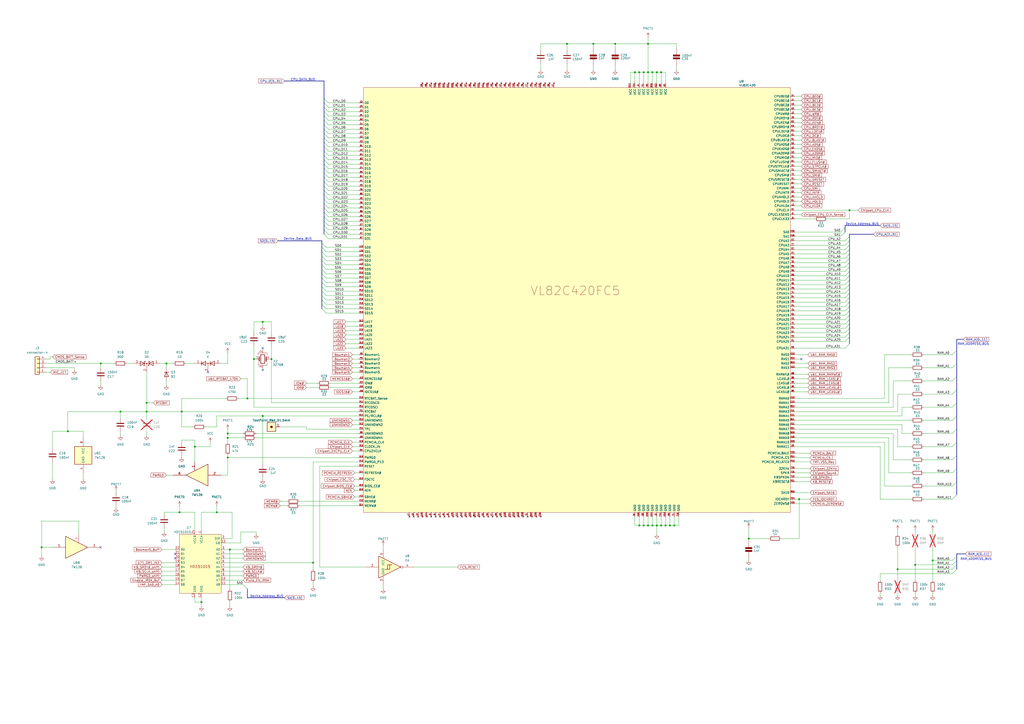
<source format=kicad_sch>
(kicad_sch (version 20250114) (generator "eeschema") (generator_version "9.0")
  (paper "A2")
  (title_block (title "PC110") (company "Recreated by: Ahmad Byagowi"))
  (text "CPU_DATA_BUS" (at 175.768 46.228 0) (effects (font (size 1.27 1.27))))
  (text "Device_Data_BUS" (at 172.72 138.684 0) (effects (font (size 1.27 1.27))))
  (text "Device_Address_BUS" (at 500.126 130.048 0) (effects (font (size 1.27 1.27))))
  (text "Device_Address_BUS" (at 154.686 345.948 0) (effects (font (size 1.27 1.27))))
  (text "RAM_ADDRESS_BUS" (at 564.642 199.644 0) (effects (font (size 1.27 1.27))))
  (text "RAM_ADDRESS_BUS" (at 566.166 324.358 0) (effects (font (size 1.27 1.27))))
  (junction (at 383.54 304.8))
  (junction (at 381 304.8))
  (junction (at 356.87 25.4))
  (junction (at 541.02 325.12))
  (junction (at 344.17 25.4))
  (junction (at 388.62 304.8))
  (junction (at 381 41.91))
  (junction (at 96.52 210.82))
  (junction (at 113.03 259.08))
  (junction (at 434.34 312.42))
  (junction (at 378.46 41.91))
  (junction (at 383.54 41.91))
  (junction (at 58.42 210.82))
  (junction (at 375.92 304.8))
  (junction (at 530.86 327.66))
  (junction (at 463.55 289.56))
  (junction (at 105.41 238.76))
  (junction (at 133.35 318.77))
  (junction (at 152.4 186.69))
  (junction (at 116.84 349.25))
  (junction (at 143.51 231.14))
  (junction (at 157.48 208.28))
  (junction (at 328.93 25.4))
  (junction (at 375.92 25.4))
  (junction (at 520.7 330.2))
  (junction (at 492.76 121.92))
  (junction (at 378.46 304.8))
  (junction (at 104.14 297.18))
  (junction (at 85.09 238.76))
  (junction (at 370.84 41.91))
  (junction (at 125.73 297.18))
  (junction (at 24.13 317.5))
  (junction (at 132.08 251.46))
  (junction (at 132.08 265.43))
  (junction (at 373.38 304.8))
  (junction (at 370.84 304.8))
  (junction (at 386.08 304.8))
  (junction (at 69.85 238.76))
  (junction (at 181.61 326.39))
  (junction (at 368.3 41.91))
  (junction (at 391.16 304.8))
  (junction (at 152.4 241.3))
  (junction (at 85.09 233.68))
  (junction (at 373.38 41.91))
  (junction (at 375.92 41.91))
  (junction (at 147.32 208.28))
  (junction (at 39.37 250.19))
  (junction (at 132.08 254))
  (no_connect (at 101.6 323.85))
  (no_connect (at 152.4 214.63))
  (no_connect (at 101.6 321.31))
  (no_connect (at 58.42 317.5))
  (no_connect (at 152.4 201.93))
  (no_connect (at 120.65 215.9))
  (no_connect (at 464.82 208.28))
  (bus_entry (at 552.45 325.12) (size 2.54 -2.54))
  (bus_entry (at 187.96 87.63) (size 2.54 2.54))
  (bus_entry (at 143.51 341.63) (size -2.54 -2.54))
  (bus_entry (at 492.76 165.1) (size -2.54 2.54))
  (bus_entry (at 187.96 128.27) (size 2.54 2.54))
  (bus_entry (at 187.96 130.81) (size 2.54 2.54))
  (bus_entry (at 186.69 151.13) (size 2.54 2.54))
  (bus_entry (at 187.96 74.93) (size 2.54 2.54))
  (bus_entry (at 187.96 69.85) (size 2.54 2.54))
  (bus_entry (at 187.96 102.87) (size 2.54 2.54))
  (bus_entry (at 187.96 67.31) (size 2.54 2.54))
  (bus_entry (at 187.96 80.01) (size 2.54 2.54))
  (bus_entry (at 492.76 144.78) (size -2.54 2.54))
  (bus_entry (at 552.45 289.56) (size 2.54 -2.54))
  (bus_entry (at 552.45 330.2) (size 2.54 -2.54))
  (bus_entry (at 492.76 182.88) (size -2.54 2.54))
  (bus_entry (at 187.96 135.89) (size 2.54 2.54))
  (bus_entry (at 487.68 137.16) (size 2.54 -2.54))
  (bus_entry (at 186.69 146.05) (size 2.54 2.54))
  (bus_entry (at 187.96 62.23) (size 2.54 2.54))
  (bus_entry (at 187.96 133.35) (size 2.54 2.54))
  (bus_entry (at 187.96 123.19) (size 2.54 2.54))
  (bus_entry (at 186.69 173.99) (size 2.54 2.54))
  (bus_entry (at 492.76 199.39) (size -2.54 2.54))
  (bus_entry (at 552.45 251.46) (size 2.54 -2.54))
  (bus_entry (at 552.45 228.6) (size 2.54 -2.54))
  (bus_entry (at 186.69 168.91) (size 2.54 2.54))
  (bus_entry (at 187.96 118.11) (size 2.54 2.54))
  (bus_entry (at 186.69 161.29) (size 2.54 2.54))
  (bus_entry (at 492.76 177.8) (size -2.54 2.54))
  (bus_entry (at 186.69 148.59) (size 2.54 2.54))
  (bus_entry (at 186.69 166.37) (size 2.54 2.54))
  (bus_entry (at 492.76 154.94) (size -2.54 2.54))
  (bus_entry (at 187.96 92.71) (size 2.54 2.54))
  (bus_entry (at 552.45 332.74) (size 2.54 -2.54))
  (bus_entry (at 186.69 140.97) (size 2.54 2.54))
  (bus_entry (at 187.96 100.33) (size 2.54 2.54))
  (bus_entry (at 187.96 95.25) (size 2.54 2.54))
  (bus_entry (at 492.76 195.58) (size -2.54 2.54))
  (bus_entry (at 492.76 193.04) (size -2.54 2.54))
  (bus_entry (at 186.69 171.45) (size 2.54 2.54))
  (bus_entry (at 492.76 160.02) (size -2.54 2.54))
  (bus_entry (at 492.76 139.7) (size -2.54 2.54))
  (bus_entry (at 187.96 59.69) (size 2.54 2.54))
  (bus_entry (at 492.76 142.24) (size -2.54 2.54))
  (bus_entry (at 186.69 176.53) (size 2.54 2.54))
  (bus_entry (at 187.96 105.41) (size 2.54 2.54))
  (bus_entry (at 492.76 162.56) (size -2.54 2.54))
  (bus_entry (at 492.76 167.64) (size -2.54 2.54))
  (bus_entry (at 186.69 158.75) (size 2.54 2.54))
  (bus_entry (at 187.96 64.77) (size 2.54 2.54))
  (bus_entry (at 552.45 213.36) (size 2.54 -2.54))
  (bus_entry (at 492.76 152.4) (size -2.54 2.54))
  (bus_entry (at 492.76 187.96) (size -2.54 2.54))
  (bus_entry (at 492.76 172.72) (size -2.54 2.54))
  (bus_entry (at 186.69 179.07) (size 2.54 2.54))
  (bus_entry (at 187.96 90.17) (size 2.54 2.54))
  (bus_entry (at 187.96 82.55) (size 2.54 2.54))
  (bus_entry (at 492.76 170.18) (size -2.54 2.54))
  (bus_entry (at 187.96 107.95) (size 2.54 2.54))
  (bus_entry (at 552.45 274.32) (size 2.54 -2.54))
  (bus_entry (at 492.76 147.32) (size -2.54 2.54))
  (bus_entry (at 492.76 175.26) (size -2.54 2.54))
  (bus_entry (at 187.96 115.57) (size 2.54 2.54))
  (bus_entry (at 552.45 205.74) (size 2.54 -2.54))
  (bus_entry (at 552.45 259.08) (size 2.54 -2.54))
  (bus_entry (at 552.45 243.84) (size 2.54 -2.54))
  (bus_entry (at 187.96 113.03) (size 2.54 2.54))
  (bus_entry (at 552.45 220.98) (size 2.54 -2.54))
  (bus_entry (at 552.45 236.22) (size 2.54 -2.54))
  (bus_entry (at 187.96 120.65) (size 2.54 2.54))
  (bus_entry (at 552.45 327.66) (size 2.54 -2.54))
  (bus_entry (at 552.45 266.7) (size 2.54 -2.54))
  (bus_entry (at 187.96 125.73) (size 2.54 2.54))
  (bus_entry (at 187.96 85.09) (size 2.54 2.54))
  (bus_entry (at 492.76 190.5) (size -2.54 2.54))
  (bus_entry (at 187.96 110.49) (size 2.54 2.54))
  (bus_entry (at 187.96 97.79) (size 2.54 2.54))
  (bus_entry (at 552.45 281.94) (size 2.54 -2.54))
  (bus_entry (at 187.96 77.47) (size 2.54 2.54))
  (bus_entry (at 186.69 156.21) (size 2.54 2.54))
  (bus_entry (at 492.76 180.34) (size -2.54 2.54))
  (bus_entry (at 492.76 137.16) (size -2.54 2.54))
  (bus_entry (at 487.68 134.62) (size 2.54 -2.54))
  (bus_entry (at 492.76 149.86) (size -2.54 2.54))
  (bus_entry (at 186.69 153.67) (size 2.54 2.54))
  (bus_entry (at 492.76 157.48) (size -2.54 2.54))
  (bus_entry (at 186.69 163.83) (size 2.54 2.54))
  (bus_entry (at 186.69 143.51) (size 2.54 2.54))
  (bus_entry (at 187.96 57.15) (size 2.54 2.54))
  (bus_entry (at 492.76 185.42) (size -2.54 2.54))
  (bus_entry (at 187.96 72.39) (size 2.54 2.54))
  (wire (pts (xy 85.09 233.68) (xy 85.09 238.76)))
  (wire (pts (xy 96.52 275.59) (xy 100.33 275.59)))
  (wire (pts (xy 461.01 180.34) (xy 490.22 180.34)))
  (wire (pts (xy 125.73 297.18) (xy 134.62 297.18)))
  (wire (pts (xy 205.74 281.94) (xy 208.28 281.94)))
  (wire (pts (xy 43.18 213.36) (xy 43.18 214.63)))
  (wire (pts (xy 518.16 236.22) (xy 518.16 220.98)))
  (bus (pts (xy 186.69 156.21) (xy 186.69 158.75)))
  (wire (pts (xy 461.01 66.04) (xy 464.82 66.04)))
  (wire (pts (xy 365.76 48.26) (xy 365.76 41.91)))
  (wire (pts (xy 373.38 41.91) (xy 375.92 41.91)))
  (bus (pts (xy 187.96 82.55) (xy 187.96 80.01)))
  (wire (pts (xy 189.23 171.45) (xy 208.28 171.45)))
  (wire (pts (xy 139.7 314.96) (xy 139.7 308.61)))
  (wire (pts (xy 58.42 220.98) (xy 58.42 223.52)))
  (bus (pts (xy 186.69 161.29) (xy 186.69 163.83)))
  (wire (pts (xy 48.26 254) (xy 48.26 250.19)))
  (wire (pts (xy 125.73 241.3) (xy 125.73 247.65)))
  (wire (pts (xy 523.24 236.22) (xy 528.32 236.22)))
  (wire (pts (xy 368.3 299.72) (xy 368.3 304.8)))
  (wire (pts (xy 461.01 114.3) (xy 464.82 114.3)))
  (bus (pts (xy 492.76 160.02) (xy 492.76 157.48)))
  (wire (pts (xy 461.01 175.26) (xy 490.22 175.26)))
  (wire (pts (xy 461.01 190.5) (xy 490.22 190.5)))
  (wire (pts (xy 132.08 264.16) (xy 132.08 265.43)))
  (wire (pts (xy 541.02 325.12) (xy 541.02 336.55)))
  (wire (pts (xy 181.61 326.39) (xy 181.61 267.97)))
  (bus (pts (xy 186.69 151.13) (xy 186.69 153.67)))
  (bus (pts (xy 554.99 271.78) (xy 554.99 264.16)))
  (wire (pts (xy 152.4 213.36) (xy 152.4 214.63)))
  (wire (pts (xy 391.16 299.72) (xy 391.16 304.8)))
  (wire (pts (xy 105.41 255.27) (xy 113.03 255.27)))
  (bus (pts (xy 492.76 152.4) (xy 492.76 149.86)))
  (wire (pts (xy 139.7 219.71) (xy 143.51 219.71)))
  (wire (pts (xy 461.01 231.14) (xy 513.08 231.14)))
  (bus (pts (xy 554.99 210.82) (xy 554.99 203.2)))
  (wire (pts (xy 510.54 332.74) (xy 510.54 336.55)))
  (wire (pts (xy 535.94 220.98) (xy 552.45 220.98)))
  (wire (pts (xy 29.21 207.01) (xy 30.48 207.01)))
  (wire (pts (xy 520.7 330.2) (xy 520.7 336.55)))
  (wire (pts (xy 130.81 318.77) (xy 133.35 318.77)))
  (wire (pts (xy 200.66 199.39) (xy 208.28 199.39)))
  (bus (pts (xy 554.99 233.68) (xy 554.99 226.06)))
  (wire (pts (xy 222.25 316.23) (xy 222.25 318.77)))
  (wire (pts (xy 513.08 231.14) (xy 513.08 205.74)))
  (wire (pts (xy 461.01 217.17) (xy 468.63 217.17)))
  (bus (pts (xy 187.96 72.39) (xy 187.96 69.85)))
  (wire (pts (xy 461.01 251.46) (xy 518.16 251.46)))
  (wire (pts (xy 492.76 121.92) (xy 497.84 121.92)))
  (wire (pts (xy 461.01 63.5) (xy 464.82 63.5)))
  (wire (pts (xy 96.52 210.82) (xy 92.71 210.82)))
  (wire (pts (xy 105.41 264.16) (xy 105.41 265.43)))
  (wire (pts (xy 113.03 349.25) (xy 113.03 346.71)))
  (wire (pts (xy 132.08 251.46) (xy 140.97 251.46)))
  (wire (pts (xy 116.84 346.71) (xy 116.84 349.25)))
  (bus (pts (xy 490.22 134.62) (xy 490.22 132.08)))
  (wire (pts (xy 162.56 247.65) (xy 177.8 247.65)))
  (wire (pts (xy 375.92 299.72) (xy 375.92 304.8)))
  (wire (pts (xy 132.08 265.43) (xy 208.28 265.43)))
  (wire (pts (xy 181.61 337.82) (xy 181.61 340.36)))
  (wire (pts (xy 204.47 215.9) (xy 208.28 215.9)))
  (wire (pts (xy 95.25 306.07) (xy 95.25 308.61)))
  (wire (pts (xy 205.74 278.13) (xy 208.28 278.13)))
  (wire (pts (xy 93.98 318.77) (xy 101.6 318.77)))
  (wire (pts (xy 313.69 29.21) (xy 313.69 25.4)))
  (bus (pts (xy 186.69 171.45) (xy 186.69 173.99)))
  (wire (pts (xy 189.23 179.07) (xy 208.28 179.07)))
  (bus (pts (xy 186.69 158.75) (xy 186.69 161.29)))
  (wire (pts (xy 189.23 163.83) (xy 208.28 163.83)))
  (bus (pts (xy 186.69 166.37) (xy 186.69 168.91)))
  (wire (pts (xy 461.01 241.3) (xy 523.24 241.3)))
  (wire (pts (xy 96.52 210.82) (xy 100.33 210.82)))
  (wire (pts (xy 381 304.8) (xy 383.54 304.8)))
  (bus (pts (xy 554.99 321.31) (xy 560.07 321.31)))
  (wire (pts (xy 189.23 146.05) (xy 208.28 146.05)))
  (wire (pts (xy 461.01 259.08) (xy 510.54 259.08)))
  (wire (pts (xy 461.01 262.89) (xy 469.9 262.89)))
  (wire (pts (xy 190.5 102.87) (xy 208.28 102.87)))
  (wire (pts (xy 461.01 167.64) (xy 490.22 167.64)))
  (bus (pts (xy 554.99 325.12) (xy 554.99 322.58)))
  (bus (pts (xy 187.96 115.57) (xy 187.96 113.03)))
  (wire (pts (xy 535.94 213.36) (xy 552.45 213.36)))
  (bus (pts (xy 554.99 287.02) (xy 554.99 279.4)))
  (wire (pts (xy 58.42 210.82) (xy 58.42 213.36)))
  (wire (pts (xy 378.46 41.91) (xy 381 41.91)))
  (bus (pts (xy 187.96 130.81) (xy 187.96 128.27)))
  (wire (pts (xy 26.67 210.82) (xy 58.42 210.82)))
  (wire (pts (xy 434.34 312.42) (xy 445.77 312.42)))
  (wire (pts (xy 105.41 231.14) (xy 105.41 238.76)))
  (wire (pts (xy 85.09 238.76) (xy 85.09 242.57)))
  (wire (pts (xy 513.08 281.94) (xy 528.32 281.94)))
  (bus (pts (xy 554.99 256.54) (xy 554.99 248.92)))
  (wire (pts (xy 461.01 137.16) (xy 487.68 137.16)))
  (wire (pts (xy 85.09 250.19) (xy 85.09 252.73)))
  (wire (pts (xy 461.01 93.98) (xy 464.82 93.98)))
  (wire (pts (xy 157.48 233.68) (xy 157.48 208.28)))
  (wire (pts (xy 461.01 88.9) (xy 464.82 88.9)))
  (wire (pts (xy 520.7 259.08) (xy 528.32 259.08)))
  (wire (pts (xy 190.5 97.79) (xy 208.28 97.79)))
  (wire (pts (xy 26.67 213.36) (xy 43.18 213.36)))
  (wire (pts (xy 530.86 327.66) (xy 552.45 327.66)))
  (wire (pts (xy 393.7 304.8) (xy 393.7 299.72)))
  (wire (pts (xy 190.5 107.95) (xy 208.28 107.95)))
  (bus (pts (xy 492.76 167.64) (xy 492.76 165.1)))
  (wire (pts (xy 185.42 270.51) (xy 208.28 270.51)))
  (wire (pts (xy 190.5 74.93) (xy 208.28 74.93)))
  (wire (pts (xy 190.5 87.63) (xy 208.28 87.63)))
  (wire (pts (xy 461.01 116.84) (xy 464.82 116.84)))
  (wire (pts (xy 24.13 317.5) (xy 30.48 317.5)))
  (bus (pts (xy 554.99 196.85) (xy 558.8 196.85)))
  (bus (pts (xy 187.96 64.77) (xy 187.96 62.23)))
  (wire (pts (xy 461.01 172.72) (xy 490.22 172.72)))
  (wire (pts (xy 461.01 78.74) (xy 464.82 78.74)))
  (wire (pts (xy 368.3 41.91) (xy 368.3 48.26)))
  (wire (pts (xy 96.52 213.36) (xy 96.52 210.82)))
  (bus (pts (xy 492.76 154.94) (xy 492.76 152.4)))
  (wire (pts (xy 190.5 115.57) (xy 208.28 115.57)))
  (wire (pts (xy 189.23 158.75) (xy 208.28 158.75)))
  (wire (pts (xy 104.14 293.37) (xy 104.14 297.18)))
  (wire (pts (xy 520.7 330.2) (xy 520.7 317.5)))
  (wire (pts (xy 530.86 317.5) (xy 530.86 327.66)))
  (wire (pts (xy 461.01 289.56) (xy 463.55 289.56)))
  (wire (pts (xy 147.32 208.28) (xy 148.59 208.28)))
  (wire (pts (xy 105.41 247.65) (xy 105.41 238.76)))
  (wire (pts (xy 461.01 68.58) (xy 464.82 68.58)))
  (wire (pts (xy 105.41 238.76) (xy 208.28 238.76)))
  (wire (pts (xy 461.01 224.79) (xy 468.63 224.79)))
  (wire (pts (xy 190.5 138.43) (xy 208.28 138.43)))
  (wire (pts (xy 181.61 267.97) (xy 208.28 267.97)))
  (wire (pts (xy 461.01 91.44) (xy 464.82 91.44)))
  (wire (pts (xy 147.32 193.04) (xy 147.32 186.69)))
  (wire (pts (xy 190.5 135.89) (xy 208.28 135.89)))
  (wire (pts (xy 121.92 256.54) (xy 121.92 259.08)))
  (wire (pts (xy 240.03 328.93) (xy 265.43 328.93)))
  (wire (pts (xy 200.66 186.69) (xy 208.28 186.69)))
  (wire (pts (xy 190.5 64.77) (xy 208.28 64.77)))
  (bus (pts (xy 187.96 110.49) (xy 187.96 107.95)))
  (wire (pts (xy 147.32 200.66) (xy 147.32 208.28)))
  (bus (pts (xy 187.96 133.35) (xy 187.96 130.81)))
  (bus (pts (xy 187.96 100.33) (xy 187.96 97.79)))
  (wire (pts (xy 191.77 222.25) (xy 208.28 222.25)))
  (wire (pts (xy 177.8 222.25) (xy 184.15 222.25)))
  (wire (pts (xy 133.35 349.25) (xy 133.35 351.79)))
  (wire (pts (xy 520.7 330.2) (xy 552.45 330.2)))
  (bus (pts (xy 554.99 226.06) (xy 554.99 218.44)))
  (bus (pts (xy 492.76 142.24) (xy 492.76 139.7)))
  (wire (pts (xy 130.81 328.93) (xy 140.97 328.93)))
  (wire (pts (xy 204.47 243.84) (xy 208.28 243.84)))
  (wire (pts (xy 130.81 331.47) (xy 140.97 331.47)))
  (wire (pts (xy 190.5 85.09) (xy 208.28 85.09)))
  (wire (pts (xy 200.66 201.93) (xy 208.28 201.93)))
  (wire (pts (xy 461.01 246.38) (xy 523.24 246.38)))
  (wire (pts (xy 130.81 334.01) (xy 140.97 334.01)))
  (wire (pts (xy 515.62 254) (xy 515.62 274.32)))
  (wire (pts (xy 510.54 332.74) (xy 552.45 332.74)))
  (wire (pts (xy 148.59 308.61) (xy 148.59 309.88)))
  (wire (pts (xy 523.24 246.38) (xy 523.24 251.46)))
  (wire (pts (xy 461.01 285.75) (xy 469.9 285.75)))
  (wire (pts (xy 510.54 289.56) (xy 528.32 289.56)))
  (bus (pts (xy 554.99 241.3) (xy 554.99 233.68)))
  (bus (pts (xy 554.99 330.2) (xy 554.99 327.66)))
  (wire (pts (xy 130.81 323.85) (xy 140.97 323.85)))
  (wire (pts (xy 30.48 267.97) (xy 30.48 278.13)))
  (wire (pts (xy 388.62 299.72) (xy 388.62 304.8)))
  (wire (pts (xy 535.94 251.46) (xy 552.45 251.46)))
  (wire (pts (xy 204.47 261.62) (xy 208.28 261.62)))
  (wire (pts (xy 461.01 142.24) (xy 490.22 142.24)))
  (bus (pts (xy 187.96 69.85) (xy 187.96 67.31)))
  (wire (pts (xy 378.46 41.91) (xy 378.46 48.26)))
  (wire (pts (xy 461.01 165.1) (xy 490.22 165.1)))
  (wire (pts (xy 143.51 219.71) (xy 143.51 231.14)))
  (bus (pts (xy 492.76 180.34) (xy 492.76 177.8)))
  (wire (pts (xy 177.8 224.79) (xy 184.15 224.79)))
  (bus (pts (xy 143.51 341.63) (xy 143.51 346.71)))
  (wire (pts (xy 204.47 227.33) (xy 208.28 227.33)))
  (bus (pts (xy 492.76 137.16) (xy 492.76 135.89)))
  (wire (pts (xy 208.28 233.68) (xy 157.48 233.68)))
  (wire (pts (xy 461.01 267.97) (xy 469.9 267.97)))
  (wire (pts (xy 157.48 186.69) (xy 157.48 193.04)))
  (wire (pts (xy 132.08 210.82) (xy 128.27 210.82)))
  (wire (pts (xy 461.01 292.1) (xy 469.9 292.1)))
  (wire (pts (xy 461.01 157.48) (xy 490.22 157.48)))
  (wire (pts (xy 189.23 173.99) (xy 208.28 173.99)))
  (wire (pts (xy 205.74 288.29) (xy 208.28 288.29)))
  (wire (pts (xy 132.08 254) (xy 140.97 254)))
  (wire (pts (xy 520.7 344.17) (xy 520.7 345.44)))
  (bus (pts (xy 492.76 193.04) (xy 492.76 190.5)))
  (wire (pts (xy 152.4 241.3) (xy 152.4 269.24)))
  (bus (pts (xy 143.51 346.71) (xy 165.1 346.71)))
  (wire (pts (xy 190.5 130.81) (xy 208.28 130.81)))
  (wire (pts (xy 510.54 259.08) (xy 510.54 289.56)))
  (bus (pts (xy 554.99 279.4) (xy 554.99 271.78)))
  (bus (pts (xy 187.96 92.71) (xy 187.96 90.17)))
  (wire (pts (xy 189.23 148.59) (xy 208.28 148.59)))
  (wire (pts (xy 461.01 182.88) (xy 490.22 182.88)))
  (wire (pts (xy 152.4 186.69) (xy 157.48 186.69)))
  (wire (pts (xy 189.23 168.91) (xy 208.28 168.91)))
  (wire (pts (xy 85.09 215.9) (xy 85.09 233.68)))
  (wire (pts (xy 461.01 236.22) (xy 518.16 236.22)))
  (wire (pts (xy 148.59 254) (xy 208.28 254)))
  (wire (pts (xy 24.13 302.26) (xy 24.13 317.5)))
  (wire (pts (xy 541.02 307.34) (xy 541.02 309.88)))
  (bus (pts (xy 492.76 185.42) (xy 492.76 182.88)))
  (wire (pts (xy 29.21 208.28) (xy 26.67 208.28)))
  (wire (pts (xy 520.7 228.6) (xy 528.32 228.6)))
  (wire (pts (xy 344.17 27.94) (xy 344.17 25.4)))
  (wire (pts (xy 190.5 125.73) (xy 208.28 125.73)))
  (wire (pts (xy 191.77 224.79) (xy 208.28 224.79)))
  (wire (pts (xy 461.01 104.14) (xy 464.82 104.14)))
  (wire (pts (xy 24.13 317.5) (xy 24.13 322.58)))
  (wire (pts (xy 375.92 25.4) (xy 375.92 41.91)))
  (wire (pts (xy 222.25 339.09) (xy 222.25 341.63)))
  (wire (pts (xy 461.01 274.32) (xy 469.9 274.32)))
  (wire (pts (xy 461.01 219.71) (xy 468.63 219.71)))
  (wire (pts (xy 39.37 250.19) (xy 30.48 250.19)))
  (wire (pts (xy 190.5 123.19) (xy 208.28 123.19)))
  (wire (pts (xy 461.01 195.58) (xy 490.22 195.58)))
  (bus (pts (xy 492.76 195.58) (xy 492.76 199.39)))
  (wire (pts (xy 461.01 205.74) (xy 468.63 205.74)))
  (wire (pts (xy 208.28 236.22) (xy 147.32 236.22)))
  (wire (pts (xy 373.38 299.72) (xy 373.38 304.8)))
  (bus (pts (xy 492.76 172.72) (xy 492.76 170.18)))
  (wire (pts (xy 200.66 196.85) (xy 208.28 196.85)))
  (wire (pts (xy 148.59 251.46) (xy 208.28 251.46)))
  (wire (pts (xy 69.85 238.76) (xy 85.09 238.76)))
  (wire (pts (xy 535.94 274.32) (xy 552.45 274.32)))
  (bus (pts (xy 187.96 113.03) (xy 187.96 110.49)))
  (wire (pts (xy 134.62 312.42) (xy 130.81 312.42)))
  (wire (pts (xy 130.81 336.55) (xy 140.97 336.55)))
  (wire (pts (xy 133.35 318.77) (xy 140.97 318.77)))
  (wire (pts (xy 461.01 193.04) (xy 490.22 193.04)))
  (bus (pts (xy 492.76 162.56) (xy 492.76 160.02)))
  (wire (pts (xy 190.5 90.17) (xy 208.28 90.17)))
  (wire (pts (xy 381 41.91) (xy 383.54 41.91)))
  (wire (pts (xy 461.01 185.42) (xy 490.22 185.42)))
  (wire (pts (xy 93.98 331.47) (xy 101.6 331.47)))
  (bus (pts (xy 186.69 173.99) (xy 186.69 176.53)))
  (bus (pts (xy 186.69 176.53) (xy 186.69 179.07)))
  (wire (pts (xy 116.84 349.25) (xy 113.03 349.25)))
  (wire (pts (xy 313.69 40.64) (xy 313.69 36.83)))
  (wire (pts (xy 368.3 304.8) (xy 370.84 304.8)))
  (wire (pts (xy 152.4 201.93) (xy 152.4 203.2)))
  (wire (pts (xy 125.73 293.37) (xy 125.73 297.18)))
  (wire (pts (xy 535.94 281.94) (xy 552.45 281.94)))
  (wire (pts (xy 29.21 207.01) (xy 29.21 208.28)))
  (wire (pts (xy 518.16 220.98) (xy 528.32 220.98)))
  (wire (pts (xy 116.84 349.25) (xy 116.84 351.79)))
  (wire (pts (xy 383.54 299.72) (xy 383.54 304.8)))
  (wire (pts (xy 177.8 247.65) (xy 177.8 248.92)))
  (bus (pts (xy 186.69 148.59) (xy 186.69 151.13)))
  (wire (pts (xy 386.08 299.72) (xy 386.08 304.8)))
  (wire (pts (xy 461.01 106.68) (xy 464.82 106.68)))
  (wire (pts (xy 461.01 144.78) (xy 490.22 144.78)))
  (wire (pts (xy 461.01 243.84) (xy 528.32 243.84)))
  (wire (pts (xy 204.47 256.54) (xy 208.28 256.54)))
  (wire (pts (xy 378.46 304.8) (xy 381 304.8)))
  (wire (pts (xy 523.24 251.46) (xy 528.32 251.46)))
  (bus (pts (xy 554.99 218.44) (xy 554.99 210.82)))
  (wire (pts (xy 200.66 191.77) (xy 208.28 191.77)))
  (wire (pts (xy 132.08 248.92) (xy 132.08 251.46)))
  (wire (pts (xy 152.4 278.13) (xy 152.4 276.86)))
  (wire (pts (xy 461.01 139.7) (xy 490.22 139.7)))
  (bus (pts (xy 492.76 187.96) (xy 492.76 185.42)))
  (bus (pts (xy 492.76 170.18) (xy 492.76 167.64)))
  (wire (pts (xy 67.31 294.64) (xy 67.31 293.37)))
  (wire (pts (xy 190.5 62.23) (xy 208.28 62.23)))
  (wire (pts (xy 375.92 41.91) (xy 375.92 48.26)))
  (wire (pts (xy 381 41.91) (xy 381 48.26)))
  (bus (pts (xy 187.96 97.79) (xy 187.96 95.25)))
  (wire (pts (xy 388.62 304.8) (xy 391.16 304.8)))
  (wire (pts (xy 67.31 284.48) (xy 67.31 285.75)))
  (wire (pts (xy 190.5 128.27) (xy 208.28 128.27)))
  (wire (pts (xy 125.73 297.18) (xy 116.84 297.18)))
  (wire (pts (xy 113.03 307.34) (xy 113.03 297.18)))
  (wire (pts (xy 461.01 121.92) (xy 492.76 121.92)))
  (wire (pts (xy 523.24 241.3) (xy 523.24 236.22)))
  (wire (pts (xy 173.99 293.37) (xy 208.28 293.37)))
  (wire (pts (xy 461.01 55.88) (xy 464.82 55.88)))
  (bus (pts (xy 492.76 190.5) (xy 492.76 187.96)))
  (wire (pts (xy 132.08 265.43) (xy 132.08 275.59)))
  (wire (pts (xy 190.5 113.03) (xy 208.28 113.03)))
  (wire (pts (xy 461.01 86.36) (xy 464.82 86.36)))
  (wire (pts (xy 461.01 160.02) (xy 490.22 160.02)))
  (wire (pts (xy 520.7 248.92) (xy 520.7 259.08)))
  (bus (pts (xy 492.76 149.86) (xy 492.76 147.32)))
  (wire (pts (xy 85.09 238.76) (xy 105.41 238.76)))
  (wire (pts (xy 130.81 314.96) (xy 139.7 314.96)))
  (wire (pts (xy 113.03 259.08) (xy 121.92 259.08)))
  (wire (pts (xy 73.66 210.82) (xy 77.47 210.82)))
  (wire (pts (xy 190.5 105.41) (xy 208.28 105.41)))
  (wire (pts (xy 530.86 344.17) (xy 530.86 345.44)))
  (bus (pts (xy 506.73 135.89) (xy 492.76 135.89)))
  (bus (pts (xy 187.96 120.65) (xy 187.96 118.11)))
  (wire (pts (xy 190.5 72.39) (xy 208.28 72.39)))
  (wire (pts (xy 200.66 194.31) (xy 208.28 194.31)))
  (bus (pts (xy 187.96 125.73) (xy 187.96 123.19)))
  (wire (pts (xy 365.76 41.91) (xy 368.3 41.91)))
  (wire (pts (xy 461.01 81.28) (xy 464.82 81.28)))
  (wire (pts (xy 204.47 208.28) (xy 208.28 208.28)))
  (wire (pts (xy 139.7 308.61) (xy 148.59 308.61)))
  (wire (pts (xy 130.81 321.31) (xy 140.97 321.31)))
  (wire (pts (xy 147.32 186.69) (xy 152.4 186.69)))
  (wire (pts (xy 518.16 266.7) (xy 528.32 266.7)))
  (wire (pts (xy 88.9 233.68) (xy 85.09 233.68)))
  (wire (pts (xy 513.08 205.74) (xy 528.32 205.74)))
  (bus (pts (xy 554.99 248.92) (xy 554.99 241.3)))
  (bus (pts (xy 165.1 46.99) (xy 187.96 46.99)))
  (wire (pts (xy 535.94 289.56) (xy 552.45 289.56)))
  (bus (pts (xy 554.99 327.66) (xy 554.99 325.12)))
  (wire (pts (xy 463.55 312.42) (xy 463.55 289.56)))
  (wire (pts (xy 383.54 41.91) (xy 383.54 48.26)))
  (bus (pts (xy 187.96 90.17) (xy 187.96 87.63)))
  (wire (pts (xy 461.01 248.92) (xy 520.7 248.92)))
  (wire (pts (xy 530.86 307.34) (xy 530.86 309.88)))
  (wire (pts (xy 93.98 328.93) (xy 101.6 328.93)))
  (wire (pts (xy 190.5 95.25) (xy 208.28 95.25)))
  (wire (pts (xy 461.01 227.33) (xy 468.63 227.33)))
  (wire (pts (xy 535.94 236.22) (xy 552.45 236.22)))
  (wire (pts (xy 461.01 222.25) (xy 468.63 222.25)))
  (wire (pts (xy 190.5 59.69) (xy 208.28 59.69)))
  (wire (pts (xy 461.01 101.6) (xy 464.82 101.6)))
  (wire (pts (xy 461.01 201.93) (xy 490.22 201.93)))
  (wire (pts (xy 190.5 133.35) (xy 208.28 133.35)))
  (wire (pts (xy 373.38 304.8) (xy 375.92 304.8)))
  (bus (pts (xy 187.96 118.11) (xy 187.96 115.57)))
  (bus (pts (xy 187.96 95.25) (xy 187.96 92.71)))
  (wire (pts (xy 328.93 40.64) (xy 328.93 36.83)))
  (wire (pts (xy 157.48 208.28) (xy 156.21 208.28)))
  (wire (pts (xy 185.42 328.93) (xy 185.42 270.51)))
  (wire (pts (xy 204.47 210.82) (xy 208.28 210.82)))
  (bus (pts (xy 554.99 322.58) (xy 554.99 321.31)))
  (wire (pts (xy 138.43 231.14) (xy 143.51 231.14)))
  (wire (pts (xy 96.52 220.98) (xy 96.52 223.52)))
  (wire (pts (xy 453.39 312.42) (xy 463.55 312.42)))
  (wire (pts (xy 510.54 344.17) (xy 510.54 345.44)))
  (bus (pts (xy 161.29 139.7) (xy 186.69 139.7)))
  (wire (pts (xy 133.35 318.77) (xy 133.35 341.63)))
  (wire (pts (xy 461.01 198.12) (xy 490.22 198.12)))
  (wire (pts (xy 375.92 21.59) (xy 375.92 25.4)))
  (wire (pts (xy 392.43 25.4) (xy 392.43 27.94)))
  (bus (pts (xy 186.69 168.91) (xy 186.69 171.45)))
  (wire (pts (xy 461.01 213.36) (xy 468.63 213.36)))
  (wire (pts (xy 461.01 177.8) (xy 490.22 177.8)))
  (wire (pts (xy 386.08 304.8) (xy 388.62 304.8)))
  (wire (pts (xy 189.23 161.29) (xy 208.28 161.29)))
  (wire (pts (xy 461.01 271.78) (xy 469.9 271.78)))
  (wire (pts (xy 461.01 152.4) (xy 490.22 152.4)))
  (wire (pts (xy 520.7 238.76) (xy 520.7 228.6)))
  (wire (pts (xy 93.98 339.09) (xy 101.6 339.09)))
  (wire (pts (xy 190.5 80.01) (xy 208.28 80.01)))
  (wire (pts (xy 152.4 241.3) (xy 208.28 241.3)))
  (wire (pts (xy 370.84 41.91) (xy 373.38 41.91)))
  (bus (pts (xy 186.69 153.67) (xy 186.69 156.21)))
  (wire (pts (xy 58.42 210.82) (xy 66.04 210.82)))
  (wire (pts (xy 134.62 297.18) (xy 134.62 312.42)))
  (wire (pts (xy 461.01 73.66) (xy 464.82 73.66)))
  (wire (pts (xy 461.01 147.32) (xy 490.22 147.32)))
  (wire (pts (xy 391.16 304.8) (xy 393.7 304.8)))
  (wire (pts (xy 190.5 118.11) (xy 208.28 118.11)))
  (wire (pts (xy 189.23 181.61) (xy 208.28 181.61)))
  (wire (pts (xy 461.01 60.96) (xy 464.82 60.96)))
  (bus (pts (xy 187.96 102.87) (xy 187.96 100.33)))
  (wire (pts (xy 189.23 151.13) (xy 208.28 151.13)))
  (wire (pts (xy 190.5 69.85) (xy 208.28 69.85)))
  (wire (pts (xy 204.47 205.74) (xy 208.28 205.74)))
  (bus (pts (xy 490.22 130.81) (xy 510.54 130.81)))
  (wire (pts (xy 189.23 176.53) (xy 208.28 176.53)))
  (wire (pts (xy 189.23 143.51) (xy 208.28 143.51)))
  (wire (pts (xy 461.01 71.12) (xy 464.82 71.12)))
  (wire (pts (xy 190.5 67.31) (xy 208.28 67.31)))
  (wire (pts (xy 461.01 154.94) (xy 490.22 154.94)))
  (wire (pts (xy 132.08 254) (xy 132.08 256.54)))
  (wire (pts (xy 370.84 299.72) (xy 370.84 304.8)))
  (wire (pts (xy 344.17 40.64) (xy 344.17 38.1)))
  (wire (pts (xy 541.02 344.17) (xy 541.02 345.44)))
  (wire (pts (xy 535.94 243.84) (xy 552.45 243.84)))
  (wire (pts (xy 461.01 149.86) (xy 490.22 149.86)))
  (wire (pts (xy 204.47 213.36) (xy 208.28 213.36)))
  (wire (pts (xy 461.01 276.86) (xy 469.9 276.86)))
  (wire (pts (xy 515.62 213.36) (xy 528.32 213.36)))
  (bus (pts (xy 187.96 135.89) (xy 187.96 133.35)))
  (bus (pts (xy 492.76 139.7) (xy 492.76 137.16)))
  (bus (pts (xy 186.69 146.05) (xy 186.69 148.59)))
  (wire (pts (xy 143.51 231.14) (xy 208.28 231.14)))
  (wire (pts (xy 461.01 170.18) (xy 490.22 170.18)))
  (bus (pts (xy 187.96 46.99) (xy 187.96 57.15)))
  (wire (pts (xy 181.61 326.39) (xy 181.61 330.2)))
  (wire (pts (xy 530.86 327.66) (xy 530.86 336.55)))
  (wire (pts (xy 370.84 304.8) (xy 373.38 304.8)))
  (wire (pts (xy 130.81 326.39) (xy 181.61 326.39)))
  (wire (pts (xy 373.38 41.91) (xy 373.38 48.26)))
  (wire (pts (xy 328.93 25.4) (xy 328.93 29.21)))
  (wire (pts (xy 189.23 153.67) (xy 208.28 153.67)))
  (wire (pts (xy 113.03 259.08) (xy 113.03 267.97)))
  (wire (pts (xy 190.5 82.55) (xy 208.28 82.55)))
  (wire (pts (xy 535.94 228.6) (xy 552.45 228.6)))
  (wire (pts (xy 535.94 205.74) (xy 552.45 205.74)))
  (wire (pts (xy 375.92 304.8) (xy 378.46 304.8)))
  (bus (pts (xy 187.96 87.63) (xy 187.96 85.09)))
  (wire (pts (xy 461.01 162.56) (xy 490.22 162.56)))
  (wire (pts (xy 204.47 219.71) (xy 208.28 219.71)))
  (wire (pts (xy 541.02 317.5) (xy 541.02 325.12)))
  (wire (pts (xy 520.7 307.34) (xy 520.7 309.88)))
  (bus (pts (xy 187.96 59.69) (xy 187.96 57.15)))
  (wire (pts (xy 116.84 307.34) (xy 116.84 297.18)))
  (bus (pts (xy 187.96 105.41) (xy 187.96 102.87)))
  (wire (pts (xy 130.81 339.09) (xy 140.97 339.09)))
  (wire (pts (xy 356.87 25.4) (xy 375.92 25.4)))
  (wire (pts (xy 461.01 119.38) (xy 464.82 119.38)))
  (bus (pts (xy 492.76 195.58) (xy 492.76 193.04)))
  (wire (pts (xy 152.4 186.69) (xy 152.4 189.23)))
  (wire (pts (xy 461.01 96.52) (xy 464.82 96.52)))
  (wire (pts (xy 461.01 210.82) (xy 468.63 210.82)))
  (wire (pts (xy 107.95 210.82) (xy 113.03 210.82)))
  (wire (pts (xy 185.42 328.93) (xy 212.09 328.93)))
  (wire (pts (xy 461.01 134.62) (xy 487.68 134.62)))
  (wire (pts (xy 356.87 40.64) (xy 356.87 38.1)))
  (bus (pts (xy 554.99 203.2) (xy 554.99 196.85)))
  (wire (pts (xy 39.37 250.19) (xy 39.37 238.76)))
  (wire (pts (xy 93.98 336.55) (xy 101.6 336.55)))
  (wire (pts (xy 30.48 260.35) (xy 30.48 250.19)))
  (bus (pts (xy 492.76 147.32) (xy 492.76 144.78)))
  (wire (pts (xy 463.55 289.56) (xy 469.9 289.56)))
  (wire (pts (xy 45.72 302.26) (xy 24.13 302.26)))
  (wire (pts (xy 190.5 92.71) (xy 208.28 92.71)))
  (bus (pts (xy 492.76 175.26) (xy 492.76 172.72)))
  (wire (pts (xy 392.43 40.64) (xy 392.43 38.1)))
  (wire (pts (xy 464.82 124.46) (xy 461.01 124.46)))
  (wire (pts (xy 190.5 100.33) (xy 208.28 100.33)))
  (bus (pts (xy 187.96 85.09) (xy 187.96 82.55)))
  (wire (pts (xy 378.46 299.72) (xy 378.46 304.8)))
  (wire (pts (xy 535.94 266.7) (xy 552.45 266.7)))
  (wire (pts (xy 375.92 41.91) (xy 378.46 41.91)))
  (wire (pts (xy 541.02 325.12) (xy 552.45 325.12)))
  (wire (pts (xy 356.87 25.4) (xy 356.87 27.94)))
  (bus (pts (xy 187.96 67.31) (xy 187.96 64.77)))
  (wire (pts (xy 125.73 241.3) (xy 152.4 241.3)))
  (wire (pts (xy 328.93 25.4) (xy 344.17 25.4)))
  (wire (pts (xy 434.34 306.07) (xy 434.34 312.42)))
  (wire (pts (xy 344.17 25.4) (xy 356.87 25.4)))
  (bus (pts (xy 492.76 182.88) (xy 492.76 180.34)))
  (wire (pts (xy 204.47 246.38) (xy 208.28 246.38)))
  (wire (pts (xy 461.01 111.76) (xy 464.82 111.76)))
  (wire (pts (xy 204.47 259.08) (xy 208.28 259.08)))
  (wire (pts (xy 461.01 208.28) (xy 464.82 208.28)))
  (wire (pts (xy 461.01 265.43) (xy 469.9 265.43)))
  (bus (pts (xy 187.96 62.23) (xy 187.96 59.69)))
  (wire (pts (xy 189.23 156.21) (xy 208.28 156.21)))
  (wire (pts (xy 461.01 99.06) (xy 464.82 99.06)))
  (wire (pts (xy 113.03 255.27) (xy 113.03 259.08)))
  (wire (pts (xy 93.98 334.01) (xy 101.6 334.01)))
  (bus (pts (xy 492.76 165.1) (xy 492.76 162.56)))
  (wire (pts (xy 461.01 233.68) (xy 515.62 233.68)))
  (bus (pts (xy 187.96 128.27) (xy 187.96 125.73)))
  (wire (pts (xy 386.08 41.91) (xy 386.08 48.26)))
  (wire (pts (xy 461.01 187.96) (xy 490.22 187.96)))
  (bus (pts (xy 492.76 177.8) (xy 492.76 175.26)))
  (bus (pts (xy 186.69 139.7) (xy 186.69 140.97)))
  (wire (pts (xy 105.41 256.54) (xy 105.41 255.27)))
  (wire (pts (xy 383.54 304.8) (xy 386.08 304.8)))
  (wire (pts (xy 461.01 58.42) (xy 464.82 58.42)))
  (wire (pts (xy 370.84 41.91) (xy 370.84 48.26)))
  (wire (pts (xy 132.08 275.59) (xy 128.27 275.59)))
  (wire (pts (xy 130.81 231.14) (xy 105.41 231.14)))
  (wire (pts (xy 177.8 248.92) (xy 208.28 248.92)))
  (wire (pts (xy 157.48 200.66) (xy 157.48 208.28)))
  (bus (pts (xy 187.96 123.19) (xy 187.96 120.65)))
  (wire (pts (xy 48.26 274.32) (xy 48.26 278.13)))
  (wire (pts (xy 189.23 166.37) (xy 208.28 166.37)))
  (wire (pts (xy 69.85 250.19) (xy 69.85 252.73)))
  (wire (pts (xy 461.01 76.2) (xy 464.82 76.2)))
  (bus (pts (xy 554.99 264.16) (xy 554.99 256.54)))
  (bus (pts (xy 187.96 74.93) (xy 187.96 72.39)))
  (wire (pts (xy 383.54 41.91) (xy 386.08 41.91)))
  (wire (pts (xy 132.08 251.46) (xy 132.08 254)))
  (wire (pts (xy 461.01 238.76) (xy 520.7 238.76)))
  (wire (pts (xy 132.08 204.47) (xy 132.08 210.82)))
  (wire (pts (xy 480.06 127) (xy 492.76 127)))
  (wire (pts (xy 461.01 83.82) (xy 464.82 83.82)))
  (wire (pts (xy 26.67 215.9) (xy 29.21 215.9)))
  (wire (pts (xy 381 304.8) (xy 381 309.88)))
  (wire (pts (xy 147.32 236.22) (xy 147.32 208.28)))
  (wire (pts (xy 93.98 326.39) (xy 101.6 326.39)))
  (wire (pts (xy 368.3 41.91) (xy 370.84 41.91)))
  (wire (pts (xy 461.01 254) (xy 515.62 254)))
  (wire (pts (xy 125.73 247.65) (xy 119.38 247.65)))
  (wire (pts (xy 513.08 256.54) (xy 513.08 281.94)))
  (wire (pts (xy 518.16 251.46) (xy 518.16 266.7)))
  (wire (pts (xy 173.99 290.83) (xy 208.28 290.83)))
  (wire (pts (xy 200.66 189.23) (xy 208.28 189.23)))
  (bus (pts (xy 492.76 157.48) (xy 492.76 154.94)))
  (wire (pts (xy 461.01 279.4) (xy 469.9 279.4)))
  (bus (pts (xy 187.96 77.47) (xy 187.96 74.93)))
  (bus (pts (xy 186.69 143.51) (xy 186.69 146.05)))
  (wire (pts (xy 313.69 25.4) (xy 328.93 25.4)))
  (bus (pts (xy 490.22 132.08) (xy 490.22 130.81)))
  (bus (pts (xy 187.96 107.95) (xy 187.96 105.41)))
  (wire (pts (xy 492.76 127) (xy 492.76 121.92)))
  (wire (pts (xy 190.5 120.65) (xy 208.28 120.65)))
  (wire (pts (xy 162.56 290.83) (xy 166.37 290.83)))
  (wire (pts (xy 515.62 274.32) (xy 528.32 274.32)))
  (wire (pts (xy 381 299.72) (xy 381 304.8)))
  (wire (pts (xy 39.37 238.76) (xy 69.85 238.76)))
  (wire (pts (xy 48.26 250.19) (xy 39.37 250.19)))
  (bus (pts (xy 186.69 140.97) (xy 186.69 143.51)))
  (wire (pts (xy 105.41 247.65) (xy 111.76 247.65)))
  (wire (pts (xy 461.01 256.54) (xy 513.08 256.54)))
  (wire (pts (xy 190.5 110.49) (xy 208.28 110.49)))
  (wire (pts (xy 205.74 274.32) (xy 208.28 274.32)))
  (wire (pts (xy 45.72 309.88) (xy 45.72 302.26)))
  (wire (pts (xy 375.92 25.4) (xy 392.43 25.4)))
  (wire (pts (xy 461.01 109.22) (xy 464.82 109.22)))
  (wire (pts (xy 461.01 127) (xy 472.44 127)))
  (wire (pts (xy 69.85 242.57) (xy 69.85 238.76)))
  (wire (pts (xy 190.5 77.47) (xy 208.28 77.47)))
  (bus (pts (xy 187.96 80.01) (xy 187.96 77.47)))
  (wire (pts (xy 104.14 297.18) (xy 95.25 297.18)))
  (wire (pts (xy 162.56 293.37) (xy 166.37 293.37)))
  (wire (pts (xy 95.25 297.18) (xy 95.25 298.45)))
  (wire (pts (xy 535.94 259.08) (xy 552.45 259.08)))
  (wire (pts (xy 434.34 313.69) (xy 434.34 312.42)))
  (wire (pts (xy 205.74 284.48) (xy 208.28 284.48)))
  (bus (pts (xy 186.69 163.83) (xy 186.69 166.37)))
  (wire (pts (xy 113.03 297.18) (xy 104.14 297.18)))
  (bus (pts (xy 492.76 144.78) (xy 492.76 142.24)))
  (wire (pts (xy 434.34 325.12) (xy 434.34 323.85)))
  (wire (pts (xy 515.62 233.68) (xy 515.62 213.36)))
  (label "CPU_D5" (at 193.04 72.39 0))
  (label "CPU_D13" (at 193.04 92.71 0))
  (label "CPU_D28" (at 193.04 130.81 0))
  (label "CPU_A9" (at 487.68 157.48 180))
  (label "RAM_A1" (at 543.56 213.36 0))
  (label "CPU_D18" (at 193.04 105.41 0))
  (label "CPU_D8" (at 193.04 80.01 0))
  (label "CPU_D16" (at 193.04 100.33 0))
  (label "CPU_A17" (at 487.68 177.8 180))
  (label "CPU_A31" (at 487.68 201.93 180))
  (label "RAM_A3" (at 543.56 228.6 0))
  (label "CPU_D24" (at 193.04 120.65 0))
  (label "SD5" (at 197.9551 156.21 180))
  (label "CPU_A3" (at 487.68 142.24 180))
  (label "CPU_A18" (at 487.68 180.34 180))
  (label "CPU_A10" (at 487.68 160.02 180))
  (label "CPU_D27" (at 193.04 128.27 0))
  (label "CPU_A23" (at 487.68 193.04 180))
  (label "CPU_A8" (at 487.68 154.94 180))
  (label "CPU_A22" (at 487.68 190.5 180))
  (label "CPU_D4" (at 193.04 69.85 0))
  (label "RAM_A2" (at 543.56 330.2 0))
  (label "CPU_D29" (at 193.04 133.35 0))
  (label "SD3" (at 198.12 151.13 180))
  (label "CPU_D12" (at 193.04 90.17 0))
  (label "SD0" (at 198.12 143.51 180))
  (label "CPU_A21" (at 487.68 187.96 180))
  (label "CPU_A25" (at 487.68 198.12 180))
  (label "RAM_A0" (at 543.56 325.12 0))
  (label "SD15" (at 199.39 181.61 180))
  (label "SD11" (at 199.39 171.45 180))
  (label "CPU_D17" (at 193.04 102.87 0))
  (label "SD14" (at 199.39 179.07 180))
  (label "CPU_D10" (at 193.04 85.09 0))
  (label "SD12" (at 199.39 173.99 180))
  (label "CPU_D23" (at 193.04 118.11 0))
  (label "SD9" (at 198.12 166.37 180))
  (label "CPU_D26" (at 193.04 125.73 0))
  (label "CPU_D9" (at 193.04 82.55 0))
  (label "CPU_A5" (at 487.68 147.32 180))
  (label "RAM_A0" (at 543.56 205.74 0))
  (label "CPU_D22" (at 193.04 115.57 0))
  (label "RAM_A9" (at 543.56 274.32 0))
  (label "CPU_D25" (at 193.04 123.19 0))
  (label "CPU_A6" (at 487.68 149.86 180))
  (label "CPU_D3" (at 193.04 67.31 0))
  (label "SA0" (at 137.16 339.09 0))
  (label "CPU_A4" (at 487.68 144.78 180))
  (label "CPU_D19" (at 193.04 107.95 0))
  (label "CPU_A14" (at 487.68 170.18 180))
  (label "CPU_A16" (at 487.68 175.26 180))
  (label "SA0" (at 483.87 134.62 0))
  (label "RAM_A8" (at 543.56 266.7 0))
  (label "SD1" (at 198.12 146.05 180))
  (label "CPU_D1" (at 193.04 62.23 0))
  (label "CPU_D14" (at 193.04 95.25 0))
  (label "SD8" (at 198.12 163.83 180))
  (label "RAM_A4" (at 543.56 236.22 0))
  (label "CPU_D20" (at 193.04 110.49 0))
  (label "RAM_A11" (at 543.56 289.56 0))
  (label "CPU_A13" (at 487.68 167.64 180))
  (label "CPU_D21" (at 193.04 113.03 0))
  (label "RAM_A1" (at 543.56 327.66 0))
  (label "CPU_A24" (at 487.68 195.58 180))
  (label "CPU_D2" (at 193.04 64.77 0))
  (label "CPU_A19" (at 487.68 182.88 180))
  (label "SD10" (at 199.39 168.91 180))
  (label "CPU_D30" (at 193.04 135.89 0))
  (label "SD6" (at 198.12 158.75 180))
  (label "RAM_A6" (at 543.56 251.46 0))
  (label "SD7" (at 198.12 161.29 180))
  (label "CPU_A11" (at 487.68 162.56 180))
  (label "SD2" (at 198.12 148.59 180))
  (label "SA1" (at 483.87 137.16 0))
  (label "CPU_A15" (at 487.68 172.72 180))
  (label "CPU_D15" (at 193.04 97.79 0))
  (label "CPU_A12" (at 487.68 165.1 180))
  (label "CPU_A20" (at 487.68 185.42 180))
  (label "CPU_D11" (at 193.04 87.63 0))
  (label "CPU_D6" (at 193.04 74.93 0))
  (label "CPU_A2" (at 487.68 139.7 180))
  (label "RAM_A5" (at 543.56 243.84 0))
  (label "SD4" (at 198.12 153.67 180))
  (label "CPU_D0" (at 193.04 59.69 0))
  (label "SD13" (at 199.39 176.53 180))
  (label "RAM_A3" (at 543.56 332.74 0))
  (label "RAM_A10" (at 543.56 281.94 0))
  (label "RAM_A7" (at 543.56 259.08 0))
  (label "CPU_D31" (at 193.04 138.43 0))
  (label "CPU_D7" (at 193.04 77.47 0))
  (label "CMOS_BATT+" (at 44.45 210.82 180))
  (label "CPU_A7" (at 487.68 152.4 180))
  (label "RAM_A2" (at 543.56 220.98 0))
  (global_label "PWRGD" (shape input) (at 96.52 275.59 180) (property "Intersheetrefs" "${INTERSHEET_REFS}" (effects (hide yes))))
  (global_label "Enable_IRDA_Buf" (shape input) (at 93.98 336.55 180) (property "Intersheetrefs" "${INTERSHEET_REFS}" (effects (hide yes))))
  (global_label "Chipset_2XCPU_CLK" (shape input) (at 204.47 261.62 180) (property "Intersheetrefs" "${INTERSHEET_REFS}" (effects (hide yes))))
  (global_label "Chipset_SA16" (shape input) (at 469.9 285.75 0) (property "Intersheetrefs" "${INTERSHEET_REFS}" (effects (hide yes))))
  (global_label "Bowman3" (shape input) (at 204.47 210.82 180) (property "Intersheetrefs" "${INTERSHEET_REFS}" (effects (hide yes))))
  (global_label "CPU_RDY#" (shape input) (at 464.82 68.58 0) (property "Intersheetrefs" "${INTERSHEET_REFS}" (effects (hide yes))))
  (global_label "RAM_A[0..11]" (shape input) (at 560.07 321.31 0) (property "Intersheetrefs" "${INTERSHEET_REFS}" (effects (hide yes))))
  (global_label "FCS_IOCHRDY" (shape input) (at 469.9 289.56 0) (property "Intersheetrefs" "${INTERSHEET_REFS}" (effects (hide yes))))
  (global_label "U61_RAM_RAMWE#" (shape input) (at 468.63 217.17 0) (property "Intersheetrefs" "${INTERSHEET_REFS}" (effects (hide yes))))
  (global_label "CPU_RESET" (shape input) (at 464.82 106.68 0) (property "Intersheetrefs" "${INTERSHEET_REFS}" (effects (hide yes))))
  (global_label "CPU_KEN#" (shape input) (at 464.82 71.12 0) (property "Intersheetrefs" "${INTERSHEET_REFS}" (effects (hide yes))))
  (global_label "UNKNOWN2" (shape input) (at 140.97 323.85 0) (property "Intersheetrefs" "${INTERSHEET_REFS}" (effects (hide yes))))
  (global_label "CPU_EADS#" (shape input) (at 464.82 86.36 0) (property "Intersheetrefs" "${INTERSHEET_REFS}" (effects (hide yes))))
  (global_label "MIC_J17" (shape input) (at 29.21 215.9 0) (property "Intersheetrefs" "${INTERSHEET_REFS}" (effects (hide yes))))
  (global_label "U71_OR1_IN2" (shape input) (at 93.98 326.39 180) (property "Intersheetrefs" "${INTERSHEET_REFS}" (effects (hide yes))))
  (global_label "Chipset_FDC_TC" (shape input) (at 205.74 278.13 180) (property "Intersheetrefs" "${INTERSHEET_REFS}" (effects (hide yes))))
  (global_label "IOR#" (shape input) (at 177.8 224.79 180) (property "Intersheetrefs" "${INTERSHEET_REFS}" (effects (hide yes))))
  (global_label "Bowman1" (shape input) (at 204.47 205.74 180) (property "Intersheetrefs" "${INTERSHEET_REFS}" (effects (hide yes))))
  (global_label "LA20" (shape input) (at 200.66 194.31 180) (property "Intersheetrefs" "${INTERSHEET_REFS}" (effects (hide yes))))
  (global_label "CMOS_BATT_Sense" (shape input) (at 30.48 207.01 0) (property "Intersheetrefs" "${INTERSHEET_REFS}" (effects (hide yes))))
  (global_label "U61_RAM_RAS2" (shape input) (at 468.63 210.82 0) (property "Intersheetrefs" "${INTERSHEET_REFS}" (effects (hide yes))))
  (global_label "PCMCIA_CLK" (shape input) (at 204.47 256.54 180) (property "Intersheetrefs" "${INTERSHEET_REFS}" (effects (hide yes))))
  (global_label "Bowman2" (shape input) (at 204.47 208.28 180) (property "Intersheetrefs" "${INTERSHEET_REFS}" (effects (hide yes))))
  (global_label "Chipset_Sound" (shape input) (at 469.9 274.32 0) (property "Intersheetrefs" "${INTERSHEET_REFS}" (effects (hide yes))))
  (global_label "LA23" (shape input) (at 200.66 201.93 180) (property "Intersheetrefs" "${INTERSHEET_REFS}" (effects (hide yes))))
  (global_label "UNKNOWN2" (shape input) (at 204.47 246.38 180) (property "Intersheetrefs" "${INTERSHEET_REFS}" (effects (hide yes))))
  (global_label "KB_RESET#" (shape input) (at 469.9 279.4 0) (property "Intersheetrefs" "${INTERSHEET_REFS}" (effects (hide yes))))
  (global_label "LA21" (shape input) (at 200.66 196.85 180) (property "Intersheetrefs" "${INTERSHEET_REFS}" (effects (hide yes))))
  (global_label "RAM_A[0..11]" (shape input) (at 558.8 196.85 0) (property "Intersheetrefs" "${INTERSHEET_REFS}" (effects (hide yes))))
  (global_label "U61_RAM_LCASL#" (shape input) (at 468.63 219.71 0) (property "Intersheetrefs" "${INTERSHEET_REFS}" (effects (hide yes))))
  (global_label "CPU_D[0..31]" (shape input) (at 165.1 46.99 180) (property "Intersheetrefs" "${INTERSHEET_REFS}" (effects (hide yes))))
  (global_label "CPU_INTR" (shape input) (at 464.82 111.76 0) (property "Intersheetrefs" "${INTERSHEET_REFS}" (effects (hide yes))))
  (global_label "U61_RAM_RAS0" (shape input) (at 468.63 205.74 0) (property "Intersheetrefs" "${INTERSHEET_REFS}" (effects (hide yes))))
  (global_label "Bowman5" (shape input) (at 140.97 318.77 0) (property "Intersheetrefs" "${INTERSHEET_REFS}" (effects (hide yes))))
  (global_label "AEN" (shape input) (at 205.74 284.48 180) (property "Intersheetrefs" "${INTERSHEET_REFS}" (effects (hide yes))))
  (global_label "Pluto_EN_IRDA" (shape input) (at 140.97 336.55 0) (property "Intersheetrefs" "${INTERSHEET_REFS}" (effects (hide yes))))
  (global_label "CPU_LDEV#" (shape input) (at 464.82 76.2 0) (property "Intersheetrefs" "${INTERSHEET_REFS}" (effects (hide yes))))
  (global_label "PCMCIA_REFRESH" (shape input) (at 205.74 274.32 180) (property "Intersheetrefs" "${INTERSHEET_REFS}" (effects (hide yes))))
  (global_label "MEMCS16#" (shape input) (at 204.47 219.71 180) (property "Intersheetrefs" "${INTERSHEET_REFS}" (effects (hide yes))))
  (global_label "CPU_AHOLD" (shape input) (at 464.82 114.3 0) (property "Intersheetrefs" "${INTERSHEET_REFS}" (effects (hide yes))))
  (global_label "CPU_SRESET" (shape input) (at 464.82 104.14 0) (property "Intersheetrefs" "${INTERSHEET_REFS}" (effects (hide yes))))
  (global_label "CPU_BE3#" (shape input) (at 464.82 63.5 0) (property "Intersheetrefs" "${INTERSHEET_REFS}" (effects (hide yes))))
  (global_label "IOW#" (shape input) (at 177.8 222.25 180) (property "Intersheetrefs" "${INTERSHEET_REFS}" (effects (hide yes))))
  (global_label "PCMCIA_ZEROWS#" (shape input) (at 469.9 292.1 0) (property "Intersheetrefs" "${INTERSHEET_REFS}" (effects (hide yes))))
  (global_label "CPU_STPCLK#" (shape input) (at 464.82 96.52 0) (property "Intersheetrefs" "${INTERSHEET_REFS}" (effects (hide yes))))
  (global_label "CPU_BRDY#" (shape input) (at 464.82 73.66 0) (property "Intersheetrefs" "${INTERSHEET_REFS}" (effects (hide yes))))
  (global_label "RTCBAT" (shape input) (at 88.9 233.68 0) (property "Intersheetrefs" "${INTERSHEET_REFS}" (effects (hide yes))))
  (global_label "KB_SRDY#" (shape input) (at 140.97 328.93 0) (property "Intersheetrefs" "${INTERSHEET_REFS}" (effects (hide yes))))
  (global_label "LA18" (shape input) (at 200.66 189.23 180) (property "Intersheetrefs" "${INTERSHEET_REFS}" (effects (hide yes))))
  (global_label "MEMR#" (shape input) (at 162.56 290.83 180) (property "Intersheetrefs" "${INTERSHEET_REFS}" (effects (hide yes))))
  (global_label "PCMCIA_BALE" (shape input) (at 469.9 262.89 0) (property "Intersheetrefs" "${INTERSHEET_REFS}" (effects (hide yes))))
  (global_label "CPU_HOLD" (shape input) (at 464.82 116.84 0) (property "Intersheetrefs" "${INTERSHEET_REFS}" (effects (hide yes))))
  (global_label "Chipset_CLK" (shape input) (at 204.47 259.08 180) (property "Intersheetrefs" "${INTERSHEET_REFS}" (effects (hide yes))))
  (global_label "CPU_BLAST#" (shape input) (at 464.82 81.28 0) (property "Intersheetrefs" "${INTERSHEET_REFS}" (effects (hide yes))))
  (global_label "CPU_FLUSH#" (shape input) (at 464.82 93.98 0) (property "Intersheetrefs" "${INTERSHEET_REFS}" (effects (hide yes))))
  (global_label "CPU_ADS#" (shape input) (at 464.82 83.82 0) (property "Intersheetrefs" "${INTERSHEET_REFS}" (effects (hide yes))))
  (global_label "YMF_VSS_Res" (shape input) (at 469.9 267.97 0) (property "Intersheetrefs" "${INTERSHEET_REFS}" (effects (hide yes))))
  (global_label "KB_SCLK#" (shape input) (at 140.97 331.47 0) (property "Intersheetrefs" "${INTERSHEET_REFS}" (effects (hide yes))))
  (global_label "KB_SCLK_shift" (shape input) (at 93.98 331.47 180) (property "Intersheetrefs" "${INTERSHEET_REFS}" (effects (hide yes))))
  (global_label "IOCS16#" (shape input) (at 204.47 227.33 180) (property "Intersheetrefs" "${INTERSHEET_REFS}" (effects (hide yes))))
  (global_label "CPU_BE2#" (shape input) (at 464.82 60.96 0) (property "Intersheetrefs" "${INTERSHEET_REFS}" (effects (hide yes))))
  (global_label "CPU_A20M#" (shape input) (at 464.82 88.9 0) (property "Intersheetrefs" "${INTERSHEET_REFS}" (effects (hide yes))))
  (global_label "KB_SRDY#_shift" (shape input) (at 93.98 328.93 180) (property "Intersheetrefs" "${INTERSHEET_REFS}" (effects (hide yes))))
  (global_label "U61_RAM_UCASL#" (shape input) (at 468.63 224.79 0) (property "Intersheetrefs" "${INTERSHEET_REFS}" (effects (hide yes))))
  (global_label "SA[0..15]" (shape input) (at 165.1 346.71 0) (property "Intersheetrefs" "${INTERSHEET_REFS}" (effects (hide yes))))
  (global_label "Bowman4" (shape input) (at 204.47 213.36 180) (property "Intersheetrefs" "${INTERSHEET_REFS}" (effects (hide yes))))
  (global_label "MEMW#" (shape input) (at 162.56 293.37 180) (property "Intersheetrefs" "${INTERSHEET_REFS}" (effects (hide yes))))
  (global_label "CPU_DC#" (shape input) (at 464.82 78.74 0) (property "Intersheetrefs" "${INTERSHEET_REFS}" (effects (hide yes))))
  (global_label "LA17" (shape input) (at 200.66 186.69 180) (property "Intersheetrefs" "${INTERSHEET_REFS}" (effects (hide yes))))
  (global_label "PCMCIA_SBHE#" (shape input) (at 205.74 288.29 180) (property "Intersheetrefs" "${INTERSHEET_REFS}" (effects (hide yes))))
  (global_label "CPU_WR#" (shape input) (at 464.82 66.04 0) (property "Intersheetrefs" "${INTERSHEET_REFS}" (effects (hide yes))))
  (global_label "CPU_MIO#" (shape input) (at 464.82 91.44 0) (property "Intersheetrefs" "${INTERSHEET_REFS}" (effects (hide yes))))
  (global_label "CPU_NMI" (shape input) (at 464.82 109.22 0) (property "Intersheetrefs" "${INTERSHEET_REFS}" (effects (hide yes))))
  (global_label "U61_RTCBAT_470K" (shape input) (at 139.7 219.71 180) (property "Intersheetrefs" "${INTERSHEET_REFS}" (effects (hide yes))))
  (global_label "CPU_BE0#" (shape input) (at 464.82 55.88 0) (property "Intersheetrefs" "${INTERSHEET_REFS}" (effects (hide yes))))
  (global_label "Chipset_CPU_CLK" (shape input) (at 497.84 121.92 0) (property "Intersheetrefs" "${INTERSHEET_REFS}" (effects (hide yes))))
  (global_label "CPU_A[2..31]" (shape input) (at 506.73 135.89 0) (property "Intersheetrefs" "${INTERSHEET_REFS}" (effects (hide yes))))
  (global_label "CPU_SMI#" (shape input) (at 464.82 101.6 0) (property "Intersheetrefs" "${INTERSHEET_REFS}" (effects (hide yes))))
  (global_label "U61_RAM_LCASU#" (shape input) (at 468.63 222.25 0) (property "Intersheetrefs" "${INTERSHEET_REFS}" (effects (hide yes))))
  (global_label "PCMCIA_CS" (shape input) (at 469.9 265.43 0) (property "Intersheetrefs" "${INTERSHEET_REFS}" (effects (hide yes))))
  (global_label "SD[0..15]" (shape input) (at 161.29 139.7 180) (property "Intersheetrefs" "${INTERSHEET_REFS}" (effects (hide yes))))
  (global_label "CPU_SMIACT#" (shape input) (at 464.82 99.06 0) (property "Intersheetrefs" "${INTERSHEET_REFS}" (effects (hide yes))))
  (global_label "Chipset_32KHz" (shape input) (at 469.9 271.78 0) (property "Intersheetrefs" "${INTERSHEET_REFS}" (effects (hide yes))))
  (global_label "Bowman5_Buff" (shape input) (at 93.98 318.77 180) (property "Intersheetrefs" "${INTERSHEET_REFS}" (effects (hide yes))))
  (global_label "CPU_BE1#" (shape input) (at 464.82 58.42 0) (property "Intersheetrefs" "${INTERSHEET_REFS}" (effects (hide yes))))
  (global_label "PWRGD_shift" (shape input) (at 93.98 334.01 180) (property "Intersheetrefs" "${INTERSHEET_REFS}" (effects (hide yes))))
  (global_label "U61_RAM_UCASU#" (shape input) (at 468.63 227.33 0) (property "Intersheetrefs" "${INTERSHEET_REFS}" (effects (hide yes))))
  (global_label "U61_RAM_RAS3" (shape input) (at 468.63 213.36 0) (property "Intersheetrefs" "${INTERSHEET_REFS}" (effects (hide yes))))
  (global_label "PWRGD" (shape input) (at 140.97 334.01 0) (property "Intersheetrefs" "${INTERSHEET_REFS}" (effects (hide yes))))
  (global_label "SA[0..15]" (shape input) (at 510.54 130.81 0) (property "Intersheetrefs" "${INTERSHEET_REFS}" (effects (hide yes))))
  (global_label "LA22" (shape input) (at 200.66 199.39 180) (property "Intersheetrefs" "${INTERSHEET_REFS}" (effects (hide yes))))
  (global_label "CPU_HLDA" (shape input) (at 464.82 119.38 0) (property "Intersheetrefs" "${INTERSHEET_REFS}" (effects (hide yes))))
  (global_label "KB_SPKDN" (shape input) (at 469.9 276.86 0) (property "Intersheetrefs" "${INTERSHEET_REFS}" (effects (hide yes))))
  (global_label "Bowman5" (shape input) (at 204.47 215.9 180) (property "Intersheetrefs" "${INTERSHEET_REFS}" (effects (hide yes))))
  (global_label "UNKNOWN1" (shape input) (at 140.97 321.31 0) (property "Intersheetrefs" "${INTERSHEET_REFS}" (effects (hide yes))))
  (global_label "UNKNOWN1" (shape input) (at 204.47 243.84 180) (property "Intersheetrefs" "${INTERSHEET_REFS}" (effects (hide yes))))
  (global_label "YMF_SA0_A0" (shape input) (at 93.98 339.09 180) (property "Intersheetrefs" "${INTERSHEET_REFS}" (effects (hide yes))))
  (global_label "LA19" (shape input) (at 200.66 191.77 180) (property "Intersheetrefs" "${INTERSHEET_REFS}" (effects (hide yes))))
  (global_label "Chipset_BIOS_CE#" (shape input) (at 205.74 281.94 180) (property "Intersheetrefs" "${INTERSHEET_REFS}" (effects (hide yes))))
  (global_label "FCS_RESET" (shape input) (at 265.43 328.93 0) (property "Intersheetrefs" "${INTERSHEET_REFS}" (effects (hide yes))))
  (global_label "Chipset_CPU_CLK_Sense" (shape input) (at 464.82 124.46 0) (property "Intersheetrefs" "${INTERSHEET_REFS}" (effects (hide yes))))
  (symbol (lib_id "power:VCC") (at 520.7 307.34 0) (unit 1)
    (property "Reference" "#PWR062" (effects (hide yes)))
    (property "Value" "PNET1" (at 520.7 302.26 0))
    (property "Description" "Power symbol creates a global label with name \"VCC\"" (effects (hide yes)))
  )
  (symbol (lib_id "Device:R") (at 104.14 210.82 90) (unit 1)
    (property "Reference" "R19" (at 104.14 204.47 90))
    (property "Value" "10" (at 104.14 207.01 90))
    (property "Footprint" "Resistor_SMD:R_0402_1005Metric" (effects (hide yes)))
  )
  (symbol (lib_id "power:VCC") (at 132.08 248.92 0) (unit 1)
    (property "Reference" "#PWR044" (effects (hide yes)))
    (property "Value" "PNET1" (at 132.08 243.84 0))
    (property "Description" "Power symbol creates a global label with name \"VCC\"" (effects (hide yes)))
  )
  (symbol (lib_id "Device:R") (at 134.62 231.14 270) (mirror x) (unit 1)
    (property "Reference" "R23" (at 134.62 224.79 90))
    (property "Value" "470k" (at 134.62 227.33 90))
    (property "Footprint" "Resistor_SMD:R_0402_1005Metric" (effects (hide yes)))
  )
  (symbol (lib_id "power:GND") (at 222.25 341.63 0) (unit 1)
    (property "Reference" "#PWR051" (effects (hide yes)))
    (property "Value" "GND" (at 222.25 346.71 0))
    (property "Description" "Power symbol creates a global label with name \"GND\" , ground" (effects (hide yes)))
  )
  (symbol (lib_id "74xGxx:74AUC2G126") (at 48.26 264.16 0) (unit 3)
    (property "Reference" "U6" (at 54.61 262.8899 0) (effects (justify left)))
    (property "Value" "7W126" (at 54.61 265.4299 0) (effects (justify left)))
    (property "Footprint" "PC110:sso-8" (effects (hide yes)))
  )
  (symbol (lib_id "Device:R") (at 115.57 247.65 270) (unit 1)
    (property "Reference" "R20" (at 115.57 241.3 90))
    (property "Value" "100k" (at 115.57 243.84 90))
    (property "Footprint" "PCM_Resistor_SMD_AKL:R_0402_1005Metric" (effects (hide yes)))
  )
  (symbol (lib_id "Device:R") (at 133.35 345.44 0) (unit 1)
    (property "Reference" "R22" (at 135.89 344.1699 0) (effects (justify left)))
    (property "Value" "100k" (at 135.89 346.7099 0) (effects (justify left)))
    (property "Footprint" "PCM_Resistor_SMD_AKL:R_0402_1005Metric" (effects (hide yes)))
  )
  (symbol (lib_id "Device:R") (at 170.18 290.83 90) (unit 1)
    (property "Reference" "R26" (at 170.18 286.766 90))
    (property "Value" "33" (at 170.18 288.544 90))
    (property "Footprint" "PCM_Resistor_SMD_AKL:R_0402_1005Metric" (effects (hide yes)))
  )
  (symbol (lib_id "Device:R") (at 541.02 340.36 0) (mirror y) (unit 1)
    (property "Reference" "R51" (at 543.56 341.6301 0) (effects (justify right)))
    (property "Value" "100k" (at 543.56 339.0901 0) (effects (justify right)))
    (property "Footprint" "PCM_Resistor_SMD_AKL:R_0402_1005Metric" (effects (hide yes)))
  )
  (symbol (lib_id "power:GND") (at 105.41 265.43 0) (mirror y) (unit 1)
    (property "Reference" "#PWR039" (effects (hide yes)))
    (property "Value" "GND" (at 105.41 270.51 0))
    (property "Description" "Power symbol creates a global label with name \"GND\" , ground" (effects (hide yes)))
  )
  (symbol (lib_id "Device:R") (at 187.96 222.25 90) (unit 1)
    (property "Reference" "R29" (at 187.96 218.186 90))
    (property "Value" "33" (at 187.96 219.964 90))
    (property "Footprint" "PCM_Resistor_SMD_AKL:R_0402_1005Metric" (effects (hide yes)))
  )
  (symbol (lib_id "Device:R") (at 532.13 289.56 270) (mirror x) (unit 1)
    (property "Reference" "R49" (at 529.59 285.242 90) (effects (justify left)))
    (property "Value" "33" (at 530.8601 287.02 90) (effects (justify left)))
    (property "Footprint" "PCM_Resistor_SMD_AKL:R_0402_1005Metric" (effects (hide yes)))
  )
  (symbol (lib_id "Device:C") (at 157.48 196.85 0) (mirror y) (unit 1)
    (property "Reference" "C25" (at 161.29 198.1201 0) (effects (justify right)))
    (property "Value" "18pF" (at 161.29 195.5801 0) (effects (justify right)))
    (property "Footprint" "Capacitor_SMD:C_0402_1005Metric" (effects (hide yes)))
  )
  (symbol (lib_id "power:GND") (at 95.25 308.61 0) (mirror y) (unit 1)
    (property "Reference" "#PWR036" (effects (hide yes)))
    (property "Value" "GND" (at 95.25 313.69 0))
    (property "Description" "Power symbol creates a global label with name \"GND\" , ground" (effects (hide yes)))
  )
  (symbol (lib_id "Device:R") (at 170.18 293.37 90) (mirror x) (unit 1)
    (property "Reference" "R27" (at 170.18 295.656 90))
    (property "Value" "33" (at 170.18 297.434 90))
    (property "Footprint" "PCM_Resistor_SMD_AKL:R_0402_1005Metric" (effects (hide yes)))
  )
  (symbol (lib_id "Device:R") (at 532.13 205.74 270) (mirror x) (unit 1)
    (property "Reference" "R38" (at 529.844 201.422 90) (effects (justify left)))
    (property "Value" "33" (at 530.86 203.454 90) (effects (justify left)))
    (property "Footprint" "PCM_Resistor_SMD_AKL:R_0402_1005Metric" (effects (hide yes)))
  )
  (symbol (lib_id "power:VCC") (at 104.14 293.37 0) (mirror y) (unit 1)
    (property "Reference" "#PWR038" (effects (hide yes)))
    (property "Value" "PNET5" (at 104.14 288.29 0))
    (property "Description" "Power symbol creates a global label with name \"VCC\"" (effects (hide yes)))
  )
  (symbol (lib_id "Device:R") (at 187.96 224.79 270) (unit 1)
    (property "Reference" "R30" (at 187.96 227.076 90))
    (property "Value" "33" (at 187.96 228.854 90))
    (property "Footprint" "PCM_Resistor_SMD_AKL:R_0402_1005Metric" (effects (hide yes)))
  )
  (symbol (lib_id "power:GND") (at 67.31 294.64 0) (unit 1)
    (property "Reference" "#PWR033" (effects (hide yes)))
    (property "Value" "GND" (at 67.31 298.45 0))
    (property "Description" "Power symbol creates a global label with name \"GND\" , ground" (effects (hide yes)))
  )
  (symbol (lib_id "power:GND") (at 530.86 345.44 0) (unit 1)
    (property "Reference" "#PWR065" (effects (hide yes)))
    (property "Value" "GND" (at 530.86 350.52 0))
    (property "Description" "Power symbol creates a global label with name \"GND\" , ground" (effects (hide yes)))
  )
  (symbol (lib_id "Device:C") (at 67.31 289.56 0) (mirror y) (unit 1)
    (property "Reference" "C18" (at 72.644 288.544 0))
    (property "Value" "100nF" (at 73.406 290.83 0))
    (property "Footprint" "Capacitor_SMD:C_0402_1005Metric" (effects (hide yes)))
  )
  (symbol (lib_id "PCM_Elektuur:C") (at 344.17 33.02 0) (mirror x) (unit 1)
    (property "Reference" "C28" (at 347.218 32.004 0) (effects (justify left)))
    (property "Value" "1nF" (at 347.218 33.782 0) (effects (justify left)))
    (property "Footprint" "Capacitor_SMD:C_0402_1005Metric" (effects (hide yes)))
  )
  (symbol (lib_id "Device:R") (at 69.85 210.82 270) (mirror x) (unit 1)
    (property "Reference" "R18" (at 69.85 204.47 90))
    (property "Value" "300" (at 69.85 207.01 90))
    (property "Footprint" "PCM_Resistor_SMD_AKL:R_0402_1005Metric" (effects (hide yes)))
  )
  (symbol (lib_id "Device:R") (at 181.61 334.01 0) (unit 1)
    (property "Reference" "R28" (at 184.15 332.7399 0) (effects (justify left)))
    (property "Value" "100k" (at 184.15 335.2799 0) (effects (justify left)))
    (property "Footprint" "PCM_Resistor_SMD_AKL:R_0402_1005Metric" (effects (hide yes)))
  )
  (symbol (lib_id "power:GND") (at 152.4 189.23 0) (unit 1)
    (property "Reference" "#PWR047" (effects (hide yes)))
    (property "Value" "GND" (at 152.4 193.294 0))
    (property "Description" "Power symbol creates a global label with name \"GND\" , ground" (effects (hide yes)))
  )
  (symbol (lib_id "Device:R") (at 532.13 259.08 270) (mirror x) (unit 1)
    (property "Reference" "R45" (at 529.59 254.762 90) (effects (justify left)))
    (property "Value" "33" (at 530.8601 256.54 90) (effects (justify left)))
    (property "Footprint" "PCM_Resistor_SMD_AKL:R_0402_1005Metric" (effects (hide yes)))
  )
  (symbol (lib_id "power:GND") (at 69.85 252.73 0) (unit 1)
    (property "Reference" "#PWR034" (effects (hide yes)))
    (property "Value" "GND" (at 69.85 257.81 0))
    (property "Description" "Power symbol creates a global label with name \"GND\" , ground" (effects (hide yes)))
  )
  (symbol (lib_id "Device:R") (at 132.08 260.35 0) (unit 1)
    (property "Reference" "R21" (at 134.62 259.0799 0) (effects (justify left)))
    (property "Value" "47k" (at 134.62 261.6199 0) (effects (justify left)))
    (property "Footprint" "PCM_Resistor_SMD_AKL:R_0402_1005Metric" (effects (hide yes)))
  )
  (symbol (lib_id "Device:D_Dual_Series_KAC") (at 120.65 210.82 0) (mirror y) (unit 1)
    (property "Reference" "D4" (at 120.65 204.47 0))
    (property "Value" "K" (at 120.65 207.01 0))
    (property "Footprint" "PC110:SOT-416L" (effects (hide yes)))
  )
  (symbol (lib_id "power:GND") (at 148.59 309.88 0) (mirror y) (unit 1)
    (property "Reference" "#PWR046" (effects (hide yes)))
    (property "Value" "GND" (at 148.59 314.96 0))
    (property "Description" "Power symbol creates a global label with name \"GND\" , ground" (effects (hide yes)))
  )
  (symbol (lib_id "power:GND") (at 152.4 278.13 0) (unit 1)
    (property "Reference" "#PWR048" (effects (hide yes)))
    (property "Value" "GND" (at 152.4 281.94 0))
    (property "Description" "Power symbol creates a global label with name \"GND\" , ground" (effects (hide yes)))
  )
  (symbol (lib_id "Device:R") (at 530.86 340.36 0) (mirror y) (unit 1)
    (property "Reference" "R37" (at 533.4 341.6301 0) (effects (justify right)))
    (property "Value" "100k" (at 533.4 339.0901 0) (effects (justify right)))
    (property "Footprint" "PCM_Resistor_SMD_AKL:R_0402_1005Metric" (effects (hide yes)))
  )
  (symbol (lib_id "power:VCC") (at 222.25 316.23 0) (mirror y) (unit 1)
    (property "Reference" "#PWR050" (effects (hide yes)))
    (property "Value" "PNET7" (at 222.25 312.674 0))
    (property "Description" "Power symbol creates a global label with name \"VCC\"" (effects (hide yes)))
  )
  (symbol (lib_id "power:GND") (at 541.02 345.44 0) (unit 1)
    (property "Reference" "#PWR067" (effects (hide yes)))
    (property "Value" "GND" (at 541.02 350.52 0))
    (property "Description" "Power symbol creates a global label with name \"GND\" , ground" (effects (hide yes)))
  )
  (symbol (lib_id "74xGxx:74AHC1G14") (at 227.33 328.93 0) (unit 1)
    (property "Reference" "U8" (at 236.22 322.5098 0))
    (property "Value" "EA" (at 236.22 325.0498 0))
    (property "Footprint" "PC110:SOT-353" (effects (hide yes)))
  )
  (symbol (lib_id "74xGxx:74AUC2G126") (at 113.03 275.59 0) (mirror y) (unit 1)
    (property "Reference" "U6" (at 114.3 284.48 0))
    (property "Value" "7W126" (at 114.3 287.02 0))
    (property "Footprint" "PC110:sso-8" (effects (hide yes)))
  )
  (symbol (lib_id "power:GND") (at 43.18 214.63 0) (unit 1)
    (property "Reference" "#PWR029" (effects (hide yes)))
    (property "Value" "GND" (at 43.18 219.71 0))
    (property "Description" "Power symbol creates a global label with name \"GND\" , ground" (effects (hide yes)))
  )
  (symbol (lib_id "Device:C") (at 328.93 33.02 0) (mirror y) (unit 1)
    (property "Reference" "C27" (at 334.264 32.004 0))
    (property "Value" "150nF" (at 335.026 34.29 0))
    (property "Footprint" "Capacitor_SMD:C_0402_1005Metric" (effects (hide yes)))
  )
  (symbol (lib_id "Device:C") (at 30.48 264.16 180) (unit 1)
    (property "Reference" "C16" (at 34.29 262.8899 0) (effects (justify right)))
    (property "Value" "100nF" (at 34.29 265.4299 0) (effects (justify right)))
    (property "Footprint" "Capacitor_SMD:C_0402_1005Metric" (effects (hide yes)))
  )
  (symbol (lib_id "Device:R") (at 532.13 274.32 270) (mirror x) (unit 1)
    (property "Reference" "R47" (at 529.59 270.002 90) (effects (justify left)))
    (property "Value" "33" (at 530.8601 271.78 90) (effects (justify left)))
    (property "Footprint" "PCM_Resistor_SMD_AKL:R_0402_1005Metric" (effects (hide yes)))
  )
  (symbol (lib_id "power:VCC") (at 125.73 293.37 0) (mirror y) (unit 1)
    (property "Reference" "#PWR042" (effects (hide yes)))
    (property "Value" "PNET1" (at 125.73 288.29 0))
    (property "Description" "Power symbol creates a global label with name \"VCC\"" (effects (hide yes)))
  )
  (symbol (lib_id "Device:R") (at 532.13 220.98 270) (mirror x) (unit 1)
    (property "Reference" "R40" (at 530.098 216.662 90) (effects (justify left)))
    (property "Value" "33" (at 530.8601 218.44 90) (effects (justify left)))
    (property "Footprint" "PCM_Resistor_SMD_AKL:R_0402_1005Metric" (effects (hide yes)))
  )
  (symbol (lib_id "Device:R") (at 520.7 340.36 0) (mirror y) (unit 1) (dnp yes)
    (property "Reference" "R35" (at 523.24 341.6301 0) (effects (justify right)))
    (property "Value" "DNP" (at 523.24 339.0901 0) (effects (justify right)))
    (property "Footprint" "PCM_Resistor_SMD_AKL:R_0402_1005Metric" (effects (hide yes)))
  )
  (symbol (lib_id "Device:R") (at 532.13 281.94 270) (mirror x) (unit 1)
    (property "Reference" "R48" (at 529.59 277.622 90) (effects (justify left)))
    (property "Value" "33" (at 530.8601 279.4 90) (effects (justify left)))
    (property "Footprint" "PCM_Resistor_SMD_AKL:R_0402_1005Metric" (effects (hide yes)))
  )
  (symbol (lib_id "Device:C") (at 147.32 196.85 0) (unit 1)
    (property "Reference" "C23" (at 143.51 198.1201 0) (effects (justify right)))
    (property "Value" "18pF" (at 143.51 195.5801 0) (effects (justify right)))
    (property "Footprint" "Capacitor_SMD:C_0402_1005Metric" (effects (hide yes)))
  )
  (symbol (lib_id "PCM_Elektuur:C") (at 356.87 33.02 0) (mirror x) (unit 1)
    (property "Reference" "C29" (at 359.918 32.004 0) (effects (justify left)))
    (property "Value" "120nF" (at 359.918 33.782 0) (effects (justify left)))
    (property "Footprint" "Capacitor_SMD:C_0402_1005Metric" (effects (hide yes)))
  )
  (symbol (lib_id "Device:C") (at 105.41 260.35 0) (unit 1)
    (property "Reference" "C22" (at 101.6 261.6201 0) (effects (justify right)))
    (property "Value" "1nF" (at 101.6 259.0801 0) (effects (justify right)))
    (property "Footprint" "Capacitor_SMD:C_0402_1005Metric" (effects (hide yes)))
  )
  (symbol (lib_id "Device:R") (at 532.13 213.36 270) (mirror x) (unit 1)
    (property "Reference" "R39" (at 529.59 209.042 90) (effects (justify left)))
    (property "Value" "33" (at 530.86 211.074 90) (effects (justify left)))
    (property "Footprint" "PCM_Resistor_SMD_AKL:R_0402_1005Metric" (effects (hide yes)))
  )
  (symbol (lib_id "Device:R") (at 449.58 312.42 90) (unit 1)
    (property "Reference" "R31" (at 451.866 308.102 90) (effects (justify left)))
    (property "Value" "1k" (at 450.8499 309.88 90) (effects (justify left)))
    (property "Footprint" "PCM_Resistor_SMD_AKL:R_0402_1005Metric" (effects (hide yes)))
  )
  (symbol (lib_id "PC110:VL82C420") (at 339.09 167.64 0) (unit 1)
    (property "Reference" "U9" (at 428.752 47.244 0) (effects (justify left)))
    (property "Value" "VL82C420" (at 428.752 49.53 0) (effects (justify left)))
    (property "Footprint" "PC110:BGA-256" (effects (hide yes)))
  )
  (symbol (lib_id "Device:C") (at 85.09 246.38 0) (mirror y) (unit 1) (dnp yes)
    (property "Reference" "C20" (at 88.9 247.6501 0) (effects (justify right)))
    (property "Value" "1uF" (at 88.9 245.1101 0) (effects (justify right)))
    (property "Footprint" "Capacitor_SMD:C_0603_1608Metric" (effects (hide yes)))
  )
  (symbol (lib_id "power:GND") (at 381 309.88 0) (unit 1)
    (property "Reference" "#PWR057" (effects (hide yes)))
    (property "Value" "GND" (at 381 314.96 0))
    (property "Description" "Power symbol creates a global label with name \"GND\" , ground" (effects (hide yes)))
  )
  (symbol (lib_id "Device:D") (at 96.52 217.17 270) (unit 1)
    (property "Reference" "D3" (at 99.06 215.8999 90) (effects (justify left)))
    (property "Value" "92" (at 99.06 218.4399 90) (effects (justify left)))
    (property "Footprint" "Diode_SMD:D_0603_1608Metric" (effects (hide yes)))
  )
  (symbol (lib_id "power:GND") (at 30.48 278.13 0) (unit 1)
    (property "Reference" "#PWR028" (effects (hide yes)))
    (property "Value" "GND" (at 30.48 283.21 0))
    (property "Description" "Power symbol creates a global label with name \"GND\" , ground" (effects (hide yes)))
  )
  (symbol (lib_id "Device:R") (at 510.54 340.36 0) (mirror y) (unit 1)
    (property "Reference" "R33" (at 513.08 341.6301 0) (effects (justify right)))
    (property "Value" "100k" (at 513.08 339.0901 0) (effects (justify right)))
    (property "Footprint" "PCM_Resistor_SMD_AKL:R_0402_1005Metric" (effects (hide yes)))
  )
  (symbol (lib_id "power:GND") (at 434.34 325.12 0) (unit 1)
    (property "Reference" "#PWR060" (effects (hide yes)))
    (property "Value" "GND" (at 434.34 330.2 0))
    (property "Description" "Power symbol creates a global label with name \"GND\" , ground" (effects (hide yes)))
  )
  (symbol (lib_id "Device:R") (at 532.13 266.7 270) (mirror x) (unit 1)
    (property "Reference" "R46" (at 529.59 262.382 90) (effects (justify left)))
    (property "Value" "33" (at 530.8601 264.16 90) (effects (justify left)))
    (property "Footprint" "PCM_Resistor_SMD_AKL:R_0402_1005Metric" (effects (hide yes)))
  )
  (symbol (lib_id "Device:R") (at 532.13 236.22 270) (mirror x) (unit 1)
    (property "Reference" "R42" (at 529.59 231.902 90) (effects (justify left)))
    (property "Value" "33" (at 530.8601 233.68 90) (effects (justify left)))
    (property "Footprint" "PCM_Resistor_SMD_AKL:R_0402_1005Metric" (effects (hide yes)))
  )
  (symbol (lib_id "Device:C") (at 69.85 246.38 0) (mirror y) (unit 1)
    (property "Reference" "C19" (at 73.66 247.6501 0) (effects (justify right)))
    (property "Value" "100nF" (at 73.66 245.1101 0) (effects (justify right)))
    (property "Footprint" "Capacitor_SMD:C_0402_1005Metric" (effects (hide yes)))
  )
  (symbol (lib_id "Device:R") (at 532.13 228.6 270) (mirror x) (unit 1)
    (property "Reference" "R41" (at 529.844 224.028 90) (effects (justify left)))
    (property "Value" "33" (at 530.8601 226.06 90) (effects (justify left)))
    (property "Footprint" "PCM_Resistor_SMD_AKL:R_0402_1005Metric" (effects (hide yes)))
  )
  (symbol (lib_id "power:GND") (at 356.87 40.64 0) (unit 1)
    (property "Reference" "#PWR055" (effects (hide yes)))
    (property "Value" "GND" (at 356.87 45.72 0))
    (property "Description" "Power symbol creates a global label with name \"GND\" , ground" (effects (hide yes)))
  )
  (symbol (lib_id "power:GND") (at 328.93 40.64 0) (unit 1)
    (property "Reference" "#PWR053" (effects (hide yes)))
    (property "Value" "GND" (at 328.93 44.45 0))
    (property "Description" "Power symbol creates a global label with name \"GND\" , ground" (effects (hide yes)))
  )
  (symbol (lib_id "Device:R") (at 520.7 313.69 180) (unit 1)
    (property "Reference" "R34" (at 523.24 312.4199 0) (effects (justify right)))
    (property "Value" "100k" (at 523.24 314.9599 0) (effects (justify right)))
    (property "Footprint" "PCM_Resistor_SMD_AKL:R_0402_1005Metric" (effects (hide yes)))
  )
  (symbol (lib_id "power:GND") (at 313.69 40.64 0) (unit 1)
    (property "Reference" "#PWR052" (effects (hide yes)))
    (property "Value" "GND" (at 313.69 44.45 0))
    (property "Description" "Power symbol creates a global label with name \"GND\" , ground" (effects (hide yes)))
  )
  (symbol (lib_id "power:GND") (at 96.52 223.52 0) (unit 1)
    (property "Reference" "#PWR037" (effects (hide yes)))
    (property "Value" "GND" (at 96.52 228.6 0))
    (property "Description" "Power symbol creates a global label with name \"GND\" , ground" (effects (hide yes)))
  )
  (symbol (lib_id "Device:R") (at 144.78 254 90) (unit 1)
    (property "Reference" "R25" (at 147.32 257.81 90) (effects (justify left)))
    (property "Value" "47k" (at 146.558 256.032 90) (effects (justify left)))
    (property "Footprint" "Resistor_SMD:R_0402_1005Metric" (effects (hide yes)))
  )
  (symbol (lib_id "Device:R") (at 532.13 251.46 270) (mirror x) (unit 1)
    (property "Reference" "R44" (at 529.844 247.142 90) (effects (justify left)))
    (property "Value" "33" (at 530.8601 248.92 90) (effects (justify left)))
    (property "Footprint" "PCM_Resistor_SMD_AKL:R_0402_1005Metric" (effects (hide yes)))
  )
  (symbol (lib_id "power:GND") (at 58.42 223.52 0) (unit 1)
    (property "Reference" "#PWR031" (effects (hide yes)))
    (property "Value" "GND" (at 58.42 228.6 0))
    (property "Description" "Power symbol creates a global label with name \"GND\" , ground" (effects (hide yes)))
  )
  (symbol (lib_id "power:GND") (at 520.7 345.44 0) (unit 1)
    (property "Reference" "#PWR063" (effects (hide yes)))
    (property "Value" "GND" (at 520.7 350.52 0))
    (property "Description" "Power symbol creates a global label with name \"GND\" , ground" (effects (hide yes)))
  )
  (symbol (lib_id "Device:C") (at 152.4 273.05 0) (mirror y) (unit 1)
    (property "Reference" "C24" (at 157.734 272.034 0))
    (property "Value" "1uF" (at 158.496 274.32 0))
    (property "Footprint" "Capacitor_SMD:C_0603_1608Metric" (effects (hide yes)))
  )
  (symbol (lib_id "Device:C") (at 95.25 302.26 0) (mirror x) (unit 1)
    (property "Reference" "C21" (at 91.44 300.9899 0) (effects (justify right)))
    (property "Value" "150nF" (at 91.44 303.5299 0) (effects (justify right)))
    (property "Footprint" "Capacitor_SMD:C_0402_1005Metric" (effects (hide yes)))
  )
  (symbol (lib_id "PC110:Debug1") (at 157.48 247.65 180) (unit 1) (in_bom no)
    (property "Reference" "J4" (at 157.48 243.84 0))
    (property "Value" "TestPoint_Pad_D1.5mm" (at 157.48 243.84 0))
    (property "Footprint" "TestPoint:TestPoint_Pad_D1.5mm" (effects (hide yes)))
  )
  (symbol (lib_id "power:VCC") (at 434.34 306.07 0) (mirror y) (unit 1)
    (property "Reference" "#PWR059" (effects (hide yes)))
    (property "Value" "PNET7" (at 434.34 302.514 0))
    (property "Description" "Power symbol creates a global label with name \"VCC\"" (effects (hide yes)))
  )
  (symbol (lib_id "power:GND") (at 392.43 40.64 0) (unit 1)
    (property "Reference" "#PWR058" (effects (hide yes)))
    (property "Value" "GND" (at 392.43 45.72 0))
    (property "Description" "Power symbol creates a global label with name \"GND\" , ground" (effects (hide yes)))
  )
  (symbol (lib_id "power:VCC") (at 132.08 204.47 0) (unit 1)
    (property "Reference" "#PWR043" (effects (hide yes)))
    (property "Value" "VCC" (at 132.08 199.39 0))
    (property "Description" "Power symbol creates a global label with name \"VCC\"" (effects (hide yes)))
  )
  (symbol (lib_id "power:GND") (at 344.17 40.64 0) (unit 1)
    (property "Reference" "#PWR054" (effects (hide yes)))
    (property "Value" "GND" (at 344.17 45.72 0))
    (property "Description" "Power symbol creates a global label with name \"GND\" , ground" (effects (hide yes)))
  )
  (symbol (lib_id "power:GND") (at 85.09 252.73 0) (unit 1)
    (property "Reference" "#PWR035" (effects (hide yes)))
    (property "Value" "GND" (at 85.09 257.81 0))
    (property "Description" "Power symbol creates a global label with name \"GND\" , ground" (effects (hide yes)))
  )
  (symbol (lib_id "power:VCC") (at 541.02 307.34 0) (unit 1)
    (property "Reference" "#PWR066" (effects (hide yes)))
    (property "Value" "PNET1" (at 541.02 302.26 0))
    (property "Description" "Power symbol creates a global label with name \"VCC\"" (effects (hide yes)))
  )
  (symbol (lib_id "power:GND") (at 181.61 340.36 0) (mirror y) (unit 1)
    (property "Reference" "#PWR049" (effects (hide yes)))
    (property "Value" "GND" (at 181.61 345.44 0))
    (property "Description" "Power symbol creates a global label with name \"GND\" , ground" (effects (hide yes)))
  )
  (symbol (lib_id "PC110:HD151015") (at 115.57 328.93 0) (mirror y) (unit 1)
    (property "Reference" "U7" (at 110.8867 306.07 0) (effects (justify left)))
    (property "Value" "HD151015" (at 110.8867 308.61 0) (effects (justify left)))
    (property "Footprint" "Package_SO:TSSOP-24_6.1x7.8mm_P0.65mm" (effects (hide yes)))
  )
  (symbol (lib_id "power:GND") (at 133.35 351.79 0) (mirror y) (unit 1)
    (property "Reference" "#PWR045" (effects (hide yes)))
    (property "Value" "GND" (at 133.35 356.87 0))
    (property "Description" "Power symbol creates a global label with name \"GND\" , ground" (effects (hide yes)))
  )
  (symbol (lib_id "Device:R") (at 530.86 313.69 180) (unit 1) (dnp yes)
    (property "Reference" "R36" (at 533.4 312.4199 0) (effects (justify right)))
    (property "Value" "DNP" (at 533.4 314.9599 0) (effects (justify right)))
    (property "Footprint" "PCM_Resistor_SMD_AKL:R_0402_1005Metric" (effects (hide yes)))
  )
  (symbol (lib_id "power:GND") (at 48.26 278.13 0) (unit 1)
    (property "Reference" "#PWR030" (effects (hide yes)))
    (property "Value" "GND" (at 48.26 283.21 0))
    (property "Description" "Power symbol creates a global label with name \"GND\" , ground" (effects (hide yes)))
  )
  (symbol (lib_id "Device:D_Schottky_Dual_CommonCathode_AKA") (at 85.09 210.82 0) (mirror y) (unit 1)
    (property "Reference" "D2" (at 85.09 204.47 0))
    (property "Value" "3D" (at 85.09 207.01 0))
    (property "Footprint" "PC110:3D" (effects (hide yes)))
  )
  (symbol (lib_id "power:GND") (at 24.13 322.58 0) (unit 1)
    (property "Reference" "#PWR027" (effects (hide yes)))
    (property "Value" "GND" (at 24.13 327.66 0))
    (property "Description" "Power symbol creates a global label with name \"GND\" , ground" (effects (hide yes)))
  )
  (symbol (lib_id "Device:R") (at 476.25 127 270) (mirror x) (unit 1)
    (property "Reference" "R32" (at 476.25 131.064 90))
    (property "Value" "33" (at 476.25 129.286 90))
    (property "Footprint" "Resistor_SMD:R_0402_1005Metric" (effects (hide yes)))
  )
  (symbol (lib_id "power:GND") (at 510.54 345.44 0) (unit 1)
    (property "Reference" "#PWR061" (effects (hide yes)))
    (property "Value" "GND" (at 510.54 350.52 0))
    (property "Description" "Power symbol creates a global label with name \"GND\" , ground" (effects (hide yes)))
  )
  (symbol (lib_id "PCM_Elektuur:C") (at 392.43 33.02 0) (unit 1)
    (property "Reference" "C30" (at 395.478 34.036 0) (effects (justify left)))
    (property "Value" "100nF" (at 395.478 32.258 0) (effects (justify left)))
    (property "Footprint" "Capacitor_SMD:C_0402_1005Metric" (effects (hide yes)))
  )
  (symbol (lib_id "power:GND") (at 116.84 351.79 0) (mirror y) (unit 1)
    (property "Reference" "#PWR040" (effects (hide yes)))
    (property "Value" "GND" (at 116.84 356.87 0))
    (property "Description" "Power symbol creates a global label with name \"GND\" , ground" (effects (hide yes)))
  )
  (symbol (lib_id "Device:Crystal_GND23") (at 152.4 208.28 0) (unit 1)
    (property "Reference" "X2" (at 159.766 209.55 0))
    (property "Value" "32768" (at 161.29 211.582 0))
    (property "Footprint" "PC110:XTAL-3" (effects (hide yes)))
  )
  (symbol (lib_id "power:VCC") (at 121.92 256.54 0) (mirror y) (unit 1)
    (property "Reference" "#PWR041" (effects (hide yes)))
    (property "Value" "VCC" (at 121.92 251.46 0))
    (property "Description" "Power symbol creates a global label with name \"VCC\"" (effects (hide yes)))
  )
  (symbol (lib_id "Device:C") (at 313.69 33.02 0) (mirror y) (unit 1)
    (property "Reference" "C26" (at 319.024 32.004 0))
    (property "Value" "1nF" (at 319.786 34.29 0))
    (property "Footprint" "Capacitor_SMD:C_0402_1005Metric" (effects (hide yes)))
  )
  (symbol (lib_id "Device:R") (at 541.02 313.69 180) (unit 1) (dnp yes)
    (property "Reference" "R50" (at 543.56 312.4199 0) (effects (justify right)))
    (property "Value" "DNP" (at 543.56 314.9599 0) (effects (justify right)))
    (property "Footprint" "PCM_Resistor_SMD_AKL:R_0402_1005Metric" (effects (hide yes)))
  )
  (symbol (lib_id "Connector_Generic:Conn_01x04") (at 21.59 213.36 180) (unit 1)
    (property "Reference" "J3" (at 21.59 201.93 0))
    (property "Value" "connector-4" (at 21.59 204.47 0))
    (property "Footprint" "PC110:connector-4" (effects (hide yes)))
  )
  (symbol (lib_id "power:VCC") (at 375.92 21.59 0) (unit 1)
    (property "Reference" "#PWR056" (effects (hide yes)))
    (property "Value" "PNET1" (at 375.92 16.51 0))
    (property "Description" "Power symbol creates a global label with name \"VCC\"" (effects (hide yes)))
  )
  (symbol (lib_id "power:VCC") (at 530.86 307.34 0) (unit 1)
    (property "Reference" "#PWR064" (effects (hide yes)))
    (property "Value" "PNET1" (at 530.86 302.26 0))
    (property "Description" "Power symbol creates a global label with name \"VCC\"" (effects (hide yes)))
  )
  (symbol (lib_id "PCM_Elektuur:C") (at 434.34 318.77 0) (unit 1)
    (property "Reference" "C31" (at 437.134 317.246 0) (effects (justify left)))
    (property "Value" "1nF" (at 437.134 319.532 0) (effects (justify left)))
    (property "Footprint" "Capacitor_SMD:C_0402_1005Metric" (effects (hide yes)))
  )
  (symbol (lib_id "Device:R") (at 144.78 251.46 90) (mirror x) (unit 1)
    (property "Reference" "R24" (at 147.32 247.65 90) (effects (justify left)))
    (property "Value" "47k" (at 146.558 249.428 90) (effects (justify left)))
    (property "Footprint" "Resistor_SMD:R_0402_1005Metric" (effects (hide yes)))
  )
  (symbol (lib_id "power:VCC") (at 67.31 284.48 0) (unit 1)
    (property "Reference" "#PWR032" (effects (hide yes)))
    (property "Value" "PNET7" (at 67.31 280.924 0))
    (property "Description" "Power symbol creates a global label with name \"VCC\"" (effects (hide yes)))
  )
  (symbol (lib_id "74xGxx:74AUC2G126") (at 45.72 317.5 0) (unit 2)
    (property "Reference" "U6" (at 44.45 326.39 0))
    (property "Value" "7W126" (at 44.45 328.93 0))
    (property "Footprint" "PC110:sso-8" (effects (hide yes)))
  )
  (symbol (lib_id "Device:R") (at 532.13 243.84 270) (mirror x) (unit 1)
    (property "Reference" "R43" (at 529.844 239.268 90) (effects (justify left)))
    (property "Value" "33" (at 530.8601 241.3 90) (effects (justify left)))
    (property "Footprint" "PCM_Resistor_SMD_AKL:R_0402_1005Metric" (effects (hide yes)))
  )
  (symbol (lib_id "Device:C") (at 58.42 217.17 0) (mirror y) (unit 1)
    (property "Reference" "C17" (at 62.23 218.4401 0) (effects (justify right)))
    (property "Value" "150nF" (at 62.23 215.9001 0) (effects (justify right)))
    (property "Footprint" "Capacitor_SMD:C_0402_1005Metric" (effects (hide yes)))
  )
)
</source>
